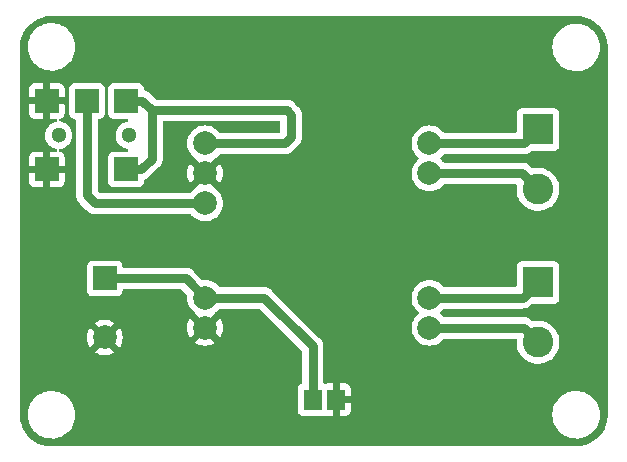
<source format=gbr>
%TF.GenerationSoftware,KiCad,Pcbnew,(6.0.8)*%
%TF.CreationDate,2023-01-24T11:59:42+02:00*%
%TF.ProjectId,amp,616d702e-6b69-4636-9164-5f7063625858,rev?*%
%TF.SameCoordinates,Original*%
%TF.FileFunction,Copper,L1,Top*%
%TF.FilePolarity,Positive*%
%FSLAX46Y46*%
G04 Gerber Fmt 4.6, Leading zero omitted, Abs format (unit mm)*
G04 Created by KiCad (PCBNEW (6.0.8)) date 2023-01-24 11:59:42*
%MOMM*%
%LPD*%
G01*
G04 APERTURE LIST*
%TA.AperFunction,ComponentPad*%
%ADD10R,1.500000X1.750000*%
%TD*%
%TA.AperFunction,ComponentPad*%
%ADD11R,2.600000X2.600000*%
%TD*%
%TA.AperFunction,ComponentPad*%
%ADD12C,2.600000*%
%TD*%
%TA.AperFunction,ComponentPad*%
%ADD13C,2.000000*%
%TD*%
%TA.AperFunction,ComponentPad*%
%ADD14R,2.000000X2.000000*%
%TD*%
%TA.AperFunction,ComponentPad*%
%ADD15C,1.300000*%
%TD*%
%TA.AperFunction,Conductor*%
%ADD16C,0.800000*%
%TD*%
G04 APERTURE END LIST*
D10*
%TO.P,J1,1,Pin_1*%
%TO.N,GND*%
X78105000Y-65405000D03*
%TO.P,J1,2,Pin_2*%
%TO.N,Net-(AMP1-Pad4)*%
X76105000Y-65405000D03*
%TD*%
D11*
%TO.P,J3,1,Pin_1*%
%TO.N,Net-(AMP1-Pad6)*%
X95195000Y-42500000D03*
D12*
%TO.P,J3,2,Pin_2*%
%TO.N,Net-(AMP1-Pad7)*%
X95195000Y-47580000D03*
%TD*%
D13*
%TO.P,AMP1,1,L*%
%TO.N,Net-(AMP1-Pad1)*%
X67000000Y-43690000D03*
%TO.P,AMP1,2,GND*%
%TO.N,GND*%
X67000000Y-46230000D03*
%TO.P,AMP1,3,R*%
%TO.N,Net-(AMP1-Pad3)*%
X67000000Y-48770000D03*
%TO.P,AMP1,4,5v+*%
%TO.N,Net-(AMP1-Pad4)*%
X67000000Y-56770000D03*
%TO.P,AMP1,5,5v-*%
%TO.N,GND*%
X67000000Y-59310000D03*
%TO.P,AMP1,6,OutL-*%
%TO.N,Net-(AMP1-Pad6)*%
X86000000Y-43690000D03*
%TO.P,AMP1,7,OutL+*%
%TO.N,Net-(AMP1-Pad7)*%
X86000000Y-46230000D03*
%TO.P,AMP1,8,OutR+*%
%TO.N,Net-(AMP1-Pad8)*%
X86000000Y-56770000D03*
%TO.P,AMP1,9,OutR-*%
%TO.N,Net-(AMP1-Pad9)*%
X86000000Y-59310000D03*
%TD*%
D14*
%TO.P,C1,1*%
%TO.N,Net-(AMP1-Pad4)*%
X58500000Y-55132323D03*
D13*
%TO.P,C1,2*%
%TO.N,GND*%
X58500000Y-60132323D03*
%TD*%
D11*
%TO.P,J4,1,Pin_1*%
%TO.N,Net-(AMP1-Pad8)*%
X95195000Y-55455000D03*
D12*
%TO.P,J4,2,Pin_2*%
%TO.N,Net-(AMP1-Pad9)*%
X95195000Y-60535000D03*
%TD*%
D15*
%TO.P,J2,*%
%TO.N,*%
X60595000Y-43000000D03*
X54595000Y-43000000D03*
D14*
%TO.P,J2,1*%
%TO.N,Net-(AMP1-Pad3)*%
X56995000Y-40100000D03*
%TO.P,J2,2*%
%TO.N,Net-(AMP1-Pad1)*%
X60295000Y-40100000D03*
%TO.P,J2,3*%
X60295000Y-45900000D03*
%TO.P,J2,4*%
%TO.N,GND*%
X53595000Y-40100000D03*
%TO.P,J2,5*%
X53595000Y-45900000D03*
%TD*%
D16*
%TO.N,Net-(AMP1-Pad1)*%
X62500000Y-45000000D02*
X62500000Y-40910000D01*
X62500000Y-40910000D02*
X73930000Y-40910000D01*
X61600000Y-45900000D02*
X62500000Y-45000000D01*
X61690000Y-40100000D02*
X62500000Y-40910000D01*
X74295000Y-43180000D02*
X73785000Y-43690000D01*
X74295000Y-41275000D02*
X74295000Y-43180000D01*
X60295000Y-40100000D02*
X61690000Y-40100000D01*
X73785000Y-43690000D02*
X67000000Y-43690000D01*
X73930000Y-40910000D02*
X74295000Y-41275000D01*
X59795000Y-45900000D02*
X61600000Y-45900000D01*
%TO.N,Net-(AMP1-Pad3)*%
X57660000Y-48770000D02*
X67000000Y-48770000D01*
X56995000Y-40100000D02*
X56995000Y-48105000D01*
X56995000Y-48105000D02*
X57660000Y-48770000D01*
%TO.N,Net-(AMP1-Pad4)*%
X67000000Y-56770000D02*
X72010000Y-56770000D01*
X76105000Y-60865000D02*
X76105000Y-65405000D01*
X58500000Y-55132323D02*
X65362323Y-55132323D01*
X72010000Y-56770000D02*
X76105000Y-60865000D01*
X65362323Y-55132323D02*
X67000000Y-56770000D01*
%TO.N,Net-(AMP1-Pad6)*%
X94005000Y-43690000D02*
X95195000Y-42500000D01*
X86000000Y-43690000D02*
X94005000Y-43690000D01*
%TO.N,Net-(AMP1-Pad7)*%
X93845000Y-46230000D02*
X95195000Y-47580000D01*
X86000000Y-46230000D02*
X93845000Y-46230000D01*
%TO.N,Net-(AMP1-Pad8)*%
X86000000Y-56770000D02*
X93880000Y-56770000D01*
X93880000Y-56770000D02*
X95195000Y-55455000D01*
%TO.N,Net-(AMP1-Pad9)*%
X93970000Y-59310000D02*
X95195000Y-60535000D01*
X86000000Y-59310000D02*
X93970000Y-59310000D01*
%TD*%
%TA.AperFunction,Conductor*%
%TO.N,GND*%
G36*
X98395018Y-32895000D02*
G01*
X98409851Y-32897310D01*
X98409855Y-32897310D01*
X98418724Y-32898691D01*
X98427626Y-32897527D01*
X98427628Y-32897527D01*
X98431936Y-32896963D01*
X98436720Y-32896338D01*
X98460117Y-32895472D01*
X98716492Y-32909869D01*
X98730524Y-32911450D01*
X98870953Y-32935311D01*
X99011376Y-32959170D01*
X99025151Y-32962314D01*
X99298891Y-33041177D01*
X99312228Y-33045844D01*
X99575418Y-33154861D01*
X99588148Y-33160992D01*
X99837468Y-33298786D01*
X99849432Y-33306303D01*
X100081762Y-33471149D01*
X100092808Y-33479958D01*
X100172083Y-33550802D01*
X100305224Y-33669785D01*
X100315215Y-33679776D01*
X100484809Y-33869550D01*
X100505041Y-33892190D01*
X100513850Y-33903236D01*
X100526955Y-33921706D01*
X100678697Y-34135568D01*
X100686214Y-34147532D01*
X100824008Y-34396852D01*
X100830139Y-34409582D01*
X100939156Y-34672772D01*
X100943823Y-34686109D01*
X101022686Y-34959849D01*
X101025830Y-34973624D01*
X101026678Y-34978612D01*
X101072969Y-35251055D01*
X101073549Y-35254471D01*
X101075131Y-35268513D01*
X101089118Y-35517593D01*
X101087817Y-35544036D01*
X101087690Y-35544849D01*
X101087690Y-35544855D01*
X101086309Y-35553724D01*
X101087473Y-35562626D01*
X101087473Y-35562628D01*
X101090436Y-35585283D01*
X101091500Y-35601621D01*
X101091500Y-66625633D01*
X101090000Y-66645018D01*
X101087690Y-66659851D01*
X101087690Y-66659855D01*
X101086309Y-66668724D01*
X101087473Y-66677626D01*
X101087473Y-66677628D01*
X101088662Y-66686716D01*
X101089528Y-66710117D01*
X101077331Y-66927320D01*
X101075131Y-66966488D01*
X101073550Y-66980524D01*
X101071951Y-66989933D01*
X101025830Y-67261376D01*
X101022686Y-67275151D01*
X100943823Y-67548891D01*
X100939156Y-67562228D01*
X100830139Y-67825418D01*
X100824008Y-67838148D01*
X100686214Y-68087468D01*
X100678697Y-68099432D01*
X100513851Y-68331762D01*
X100505042Y-68342808D01*
X100384012Y-68478241D01*
X100315215Y-68555224D01*
X100305224Y-68565215D01*
X100258267Y-68607179D01*
X100092810Y-68755041D01*
X100081762Y-68763851D01*
X99849432Y-68928697D01*
X99837468Y-68936214D01*
X99588148Y-69074008D01*
X99575418Y-69080139D01*
X99312228Y-69189156D01*
X99298891Y-69193823D01*
X99025151Y-69272686D01*
X99011376Y-69275830D01*
X98893073Y-69295931D01*
X98730524Y-69323550D01*
X98716490Y-69325131D01*
X98647407Y-69329010D01*
X98467407Y-69339118D01*
X98440964Y-69337817D01*
X98440151Y-69337690D01*
X98440145Y-69337690D01*
X98431276Y-69336309D01*
X98422375Y-69337473D01*
X98422371Y-69337473D01*
X98399710Y-69340437D01*
X98383373Y-69341501D01*
X74612489Y-69341693D01*
X54145935Y-69341859D01*
X54131858Y-69341070D01*
X54094458Y-69336865D01*
X54076866Y-69339930D01*
X54053337Y-69341787D01*
X53788230Y-69337777D01*
X53773761Y-69336722D01*
X53483299Y-69298642D01*
X53469056Y-69295932D01*
X53326977Y-69260319D01*
X53184903Y-69224707D01*
X53171053Y-69220374D01*
X52896980Y-69116952D01*
X52883721Y-69111056D01*
X52623343Y-68976801D01*
X52610859Y-68969424D01*
X52367651Y-68806124D01*
X52356102Y-68797366D01*
X52133270Y-68607174D01*
X52122800Y-68597138D01*
X52010240Y-68476077D01*
X51923328Y-68382602D01*
X51914077Y-68371425D01*
X51740599Y-68135381D01*
X51732692Y-68123212D01*
X51587499Y-67868775D01*
X51581045Y-67855778D01*
X51466073Y-67586345D01*
X51461162Y-67572712D01*
X51377923Y-67291810D01*
X51374613Y-67277700D01*
X51324230Y-66989129D01*
X51322561Y-66974714D01*
X51314971Y-66843132D01*
X51307712Y-66717288D01*
X51309004Y-66690645D01*
X51309082Y-66690145D01*
X51310463Y-66681276D01*
X51306886Y-66653918D01*
X51986917Y-66653918D01*
X51987334Y-66661156D01*
X52002682Y-66927320D01*
X52055405Y-67196053D01*
X52056792Y-67200103D01*
X52056793Y-67200108D01*
X52130158Y-67414389D01*
X52144112Y-67455144D01*
X52267160Y-67699799D01*
X52269586Y-67703328D01*
X52269589Y-67703334D01*
X52419843Y-67921953D01*
X52422274Y-67925490D01*
X52606582Y-68128043D01*
X52816675Y-68303707D01*
X52820316Y-68305991D01*
X53045024Y-68446951D01*
X53045028Y-68446953D01*
X53048664Y-68449234D01*
X53116544Y-68479883D01*
X53294345Y-68560164D01*
X53294349Y-68560166D01*
X53298257Y-68561930D01*
X53302377Y-68563150D01*
X53302376Y-68563150D01*
X53556723Y-68638491D01*
X53556727Y-68638492D01*
X53560836Y-68639709D01*
X53565070Y-68640357D01*
X53565075Y-68640358D01*
X53827298Y-68680483D01*
X53827300Y-68680483D01*
X53831540Y-68681132D01*
X53970912Y-68683322D01*
X54101071Y-68685367D01*
X54101077Y-68685367D01*
X54105362Y-68685434D01*
X54377235Y-68652534D01*
X54642127Y-68583041D01*
X54646087Y-68581401D01*
X54646092Y-68581399D01*
X54768632Y-68530641D01*
X54895136Y-68478241D01*
X55131582Y-68340073D01*
X55347089Y-68171094D01*
X55381698Y-68135381D01*
X55534686Y-67977509D01*
X55537669Y-67974431D01*
X55540202Y-67970983D01*
X55540206Y-67970978D01*
X55697257Y-67757178D01*
X55699795Y-67753723D01*
X55727154Y-67703334D01*
X55828418Y-67516830D01*
X55828419Y-67516828D01*
X55830468Y-67513054D01*
X55927269Y-67256877D01*
X55988407Y-66989933D01*
X55989247Y-66980529D01*
X56012531Y-66719627D01*
X56012531Y-66719625D01*
X56012751Y-66717161D01*
X56013193Y-66675000D01*
X56011756Y-66653918D01*
X55994859Y-66406055D01*
X55994858Y-66406049D01*
X55994567Y-66401778D01*
X55990567Y-66382460D01*
X55939901Y-66137809D01*
X55939032Y-66133612D01*
X55847617Y-65875465D01*
X55722013Y-65632112D01*
X55712040Y-65617921D01*
X55567008Y-65411562D01*
X55564545Y-65408057D01*
X55378125Y-65207445D01*
X55374810Y-65204731D01*
X55374806Y-65204728D01*
X55169523Y-65036706D01*
X55166205Y-65033990D01*
X54932704Y-64890901D01*
X54928768Y-64889173D01*
X54685873Y-64782549D01*
X54685869Y-64782548D01*
X54681945Y-64780825D01*
X54418566Y-64705800D01*
X54414324Y-64705196D01*
X54414318Y-64705195D01*
X54213834Y-64676662D01*
X54147443Y-64667213D01*
X54003589Y-64666460D01*
X53877877Y-64665802D01*
X53877871Y-64665802D01*
X53873591Y-64665780D01*
X53869347Y-64666339D01*
X53869343Y-64666339D01*
X53750302Y-64682011D01*
X53602078Y-64701525D01*
X53597938Y-64702658D01*
X53597936Y-64702658D01*
X53525008Y-64722609D01*
X53337928Y-64773788D01*
X53333980Y-64775472D01*
X53089982Y-64879546D01*
X53089978Y-64879548D01*
X53086030Y-64881232D01*
X53066125Y-64893145D01*
X52854725Y-65019664D01*
X52854721Y-65019667D01*
X52851043Y-65021868D01*
X52637318Y-65193094D01*
X52448808Y-65391742D01*
X52289002Y-65614136D01*
X52160857Y-65856161D01*
X52159385Y-65860184D01*
X52159383Y-65860188D01*
X52152314Y-65879506D01*
X52066743Y-66113337D01*
X52008404Y-66380907D01*
X52007253Y-66395528D01*
X51988376Y-66635386D01*
X51986917Y-66653918D01*
X51306886Y-66653918D01*
X51306340Y-66649741D01*
X51305277Y-66633393D01*
X51305821Y-61389711D01*
X57672496Y-61389711D01*
X57678223Y-61397361D01*
X57809042Y-61477528D01*
X57817837Y-61482010D01*
X58027988Y-61569057D01*
X58037373Y-61572106D01*
X58258554Y-61625208D01*
X58268301Y-61626751D01*
X58495070Y-61644598D01*
X58504930Y-61644598D01*
X58731699Y-61626751D01*
X58741446Y-61625208D01*
X58962627Y-61572106D01*
X58972012Y-61569057D01*
X59182163Y-61482010D01*
X59190958Y-61477528D01*
X59318110Y-61399608D01*
X59327570Y-61389152D01*
X59323786Y-61380373D01*
X58512812Y-60569399D01*
X58498868Y-60561785D01*
X58497035Y-60561916D01*
X58490420Y-60566167D01*
X57679256Y-61377331D01*
X57672496Y-61389711D01*
X51305821Y-61389711D01*
X51305951Y-60137253D01*
X56987725Y-60137253D01*
X57005572Y-60364022D01*
X57007115Y-60373769D01*
X57060217Y-60594950D01*
X57063266Y-60604335D01*
X57150313Y-60814486D01*
X57154795Y-60823281D01*
X57232715Y-60950433D01*
X57243171Y-60959893D01*
X57251950Y-60956109D01*
X58062924Y-60145135D01*
X58069302Y-60133455D01*
X58929462Y-60133455D01*
X58929593Y-60135288D01*
X58933844Y-60141903D01*
X59745008Y-60953067D01*
X59757388Y-60959827D01*
X59765038Y-60954100D01*
X59845205Y-60823281D01*
X59849687Y-60814486D01*
X59936734Y-60604335D01*
X59939783Y-60594950D01*
X59946400Y-60567388D01*
X66172496Y-60567388D01*
X66178223Y-60575038D01*
X66309042Y-60655205D01*
X66317837Y-60659687D01*
X66527988Y-60746734D01*
X66537373Y-60749783D01*
X66758554Y-60802885D01*
X66768301Y-60804428D01*
X66995070Y-60822275D01*
X67004930Y-60822275D01*
X67231699Y-60804428D01*
X67241446Y-60802885D01*
X67462627Y-60749783D01*
X67472012Y-60746734D01*
X67682163Y-60659687D01*
X67690958Y-60655205D01*
X67818110Y-60577285D01*
X67827570Y-60566829D01*
X67823786Y-60558050D01*
X67012812Y-59747076D01*
X66998868Y-59739462D01*
X66997035Y-59739593D01*
X66990420Y-59743844D01*
X66179256Y-60555008D01*
X66172496Y-60567388D01*
X59946400Y-60567388D01*
X59992885Y-60373769D01*
X59994428Y-60364022D01*
X60012275Y-60137253D01*
X60012275Y-60127393D01*
X59994428Y-59900624D01*
X59992885Y-59890877D01*
X59939783Y-59669696D01*
X59936734Y-59660311D01*
X59849687Y-59450160D01*
X59845205Y-59441365D01*
X59767724Y-59314930D01*
X65487725Y-59314930D01*
X65505572Y-59541699D01*
X65507115Y-59551446D01*
X65560217Y-59772627D01*
X65563266Y-59782012D01*
X65650313Y-59992163D01*
X65654795Y-60000958D01*
X65732715Y-60128110D01*
X65743171Y-60137570D01*
X65751950Y-60133786D01*
X66562924Y-59322812D01*
X66569302Y-59311132D01*
X67429462Y-59311132D01*
X67429593Y-59312965D01*
X67433844Y-59319580D01*
X68245008Y-60130744D01*
X68257388Y-60137504D01*
X68265038Y-60131777D01*
X68345205Y-60000958D01*
X68349687Y-59992163D01*
X68436734Y-59782012D01*
X68439783Y-59772627D01*
X68492885Y-59551446D01*
X68494428Y-59541699D01*
X68512275Y-59314930D01*
X68512275Y-59305070D01*
X68494428Y-59078301D01*
X68492885Y-59068554D01*
X68439783Y-58847373D01*
X68436734Y-58837988D01*
X68349687Y-58627837D01*
X68345205Y-58619042D01*
X68267285Y-58491890D01*
X68256829Y-58482430D01*
X68248050Y-58486214D01*
X67437076Y-59297188D01*
X67429462Y-59311132D01*
X66569302Y-59311132D01*
X66570538Y-59308868D01*
X66570407Y-59307035D01*
X66566156Y-59300420D01*
X65754992Y-58489256D01*
X65742612Y-58482496D01*
X65734962Y-58488223D01*
X65654795Y-58619042D01*
X65650313Y-58627837D01*
X65563266Y-58837988D01*
X65560217Y-58847373D01*
X65507115Y-59068554D01*
X65505572Y-59078301D01*
X65487725Y-59305070D01*
X65487725Y-59314930D01*
X59767724Y-59314930D01*
X59767285Y-59314213D01*
X59756829Y-59304753D01*
X59748050Y-59308537D01*
X58937076Y-60119511D01*
X58929462Y-60133455D01*
X58069302Y-60133455D01*
X58070538Y-60131191D01*
X58070407Y-60129358D01*
X58066156Y-60122743D01*
X57254992Y-59311579D01*
X57242612Y-59304819D01*
X57234962Y-59310546D01*
X57154795Y-59441365D01*
X57150313Y-59450160D01*
X57063266Y-59660311D01*
X57060217Y-59669696D01*
X57007115Y-59890877D01*
X57005572Y-59900624D01*
X56987725Y-60127393D01*
X56987725Y-60137253D01*
X51305951Y-60137253D01*
X51306082Y-58875494D01*
X57672430Y-58875494D01*
X57676214Y-58884273D01*
X58487188Y-59695247D01*
X58501132Y-59702861D01*
X58502965Y-59702730D01*
X58509580Y-59698479D01*
X59320744Y-58887315D01*
X59327504Y-58874935D01*
X59321777Y-58867285D01*
X59190958Y-58787118D01*
X59182163Y-58782636D01*
X58972012Y-58695589D01*
X58962627Y-58692540D01*
X58741446Y-58639438D01*
X58731699Y-58637895D01*
X58504930Y-58620048D01*
X58495070Y-58620048D01*
X58268301Y-58637895D01*
X58258554Y-58639438D01*
X58037373Y-58692540D01*
X58027988Y-58695589D01*
X57817837Y-58782636D01*
X57809042Y-58787118D01*
X57681890Y-58865038D01*
X57672430Y-58875494D01*
X51306082Y-58875494D01*
X51306362Y-56180457D01*
X56991500Y-56180457D01*
X56998255Y-56242639D01*
X57049385Y-56379028D01*
X57136739Y-56495584D01*
X57253295Y-56582938D01*
X57389684Y-56634068D01*
X57451866Y-56640823D01*
X59548134Y-56640823D01*
X59610316Y-56634068D01*
X59746705Y-56582938D01*
X59863261Y-56495584D01*
X59950615Y-56379028D01*
X60001745Y-56242639D01*
X60008500Y-56180457D01*
X60008500Y-56166823D01*
X60028502Y-56098702D01*
X60082158Y-56052209D01*
X60134500Y-56040823D01*
X64933820Y-56040823D01*
X65001941Y-56060825D01*
X65022915Y-56077728D01*
X65462422Y-56517235D01*
X65496448Y-56579547D01*
X65498939Y-56616213D01*
X65486835Y-56770000D01*
X65505465Y-57006711D01*
X65506619Y-57011518D01*
X65506620Y-57011524D01*
X65541640Y-57157391D01*
X65560895Y-57237594D01*
X65562788Y-57242165D01*
X65562789Y-57242167D01*
X65648109Y-57448148D01*
X65651760Y-57456963D01*
X65654346Y-57461183D01*
X65773241Y-57655202D01*
X65773245Y-57655208D01*
X65775824Y-57659416D01*
X65930031Y-57839969D01*
X66110584Y-57994176D01*
X66114800Y-57996760D01*
X66114802Y-57996761D01*
X66126012Y-58003631D01*
X66175882Y-58061182D01*
X66176212Y-58061948D01*
X66987188Y-58872924D01*
X67001132Y-58880538D01*
X67002965Y-58880407D01*
X67009580Y-58876156D01*
X67820744Y-58064992D01*
X67828222Y-58051298D01*
X67872973Y-58004253D01*
X67885198Y-57996761D01*
X67885200Y-57996760D01*
X67889416Y-57994176D01*
X68069969Y-57839969D01*
X68170153Y-57722669D01*
X68229604Y-57683860D01*
X68265964Y-57678500D01*
X71581497Y-57678500D01*
X71649618Y-57698502D01*
X71670592Y-57715405D01*
X75159595Y-61204408D01*
X75193621Y-61266720D01*
X75196500Y-61293503D01*
X75196500Y-63958991D01*
X75176498Y-64027112D01*
X75122842Y-64073605D01*
X75117306Y-64075903D01*
X75116704Y-64076232D01*
X75108295Y-64079385D01*
X74991739Y-64166739D01*
X74904385Y-64283295D01*
X74853255Y-64419684D01*
X74846500Y-64481866D01*
X74846500Y-66328134D01*
X74853255Y-66390316D01*
X74904385Y-66526705D01*
X74991739Y-66643261D01*
X75108295Y-66730615D01*
X75244684Y-66781745D01*
X75306866Y-66788500D01*
X76903134Y-66788500D01*
X76965316Y-66781745D01*
X76972712Y-66778973D01*
X76972718Y-66778971D01*
X77061483Y-66745694D01*
X77132290Y-66740511D01*
X77149941Y-66745694D01*
X77237391Y-66778478D01*
X77252649Y-66782105D01*
X77303514Y-66787631D01*
X77310328Y-66788000D01*
X77786885Y-66788000D01*
X77802124Y-66783525D01*
X77803329Y-66782135D01*
X77805000Y-66774452D01*
X77805000Y-66769884D01*
X78405000Y-66769884D01*
X78409475Y-66785123D01*
X78410865Y-66786328D01*
X78418548Y-66787999D01*
X78899669Y-66787999D01*
X78906490Y-66787629D01*
X78957352Y-66782105D01*
X78972604Y-66778479D01*
X79093054Y-66733324D01*
X79108649Y-66724786D01*
X79203208Y-66653918D01*
X96411917Y-66653918D01*
X96412334Y-66661156D01*
X96427682Y-66927320D01*
X96480405Y-67196053D01*
X96481792Y-67200103D01*
X96481793Y-67200108D01*
X96555158Y-67414389D01*
X96569112Y-67455144D01*
X96692160Y-67699799D01*
X96694586Y-67703328D01*
X96694589Y-67703334D01*
X96844843Y-67921953D01*
X96847274Y-67925490D01*
X97031582Y-68128043D01*
X97241675Y-68303707D01*
X97245316Y-68305991D01*
X97470024Y-68446951D01*
X97470028Y-68446953D01*
X97473664Y-68449234D01*
X97541544Y-68479883D01*
X97719345Y-68560164D01*
X97719349Y-68560166D01*
X97723257Y-68561930D01*
X97727377Y-68563150D01*
X97727376Y-68563150D01*
X97981723Y-68638491D01*
X97981727Y-68638492D01*
X97985836Y-68639709D01*
X97990070Y-68640357D01*
X97990075Y-68640358D01*
X98252298Y-68680483D01*
X98252300Y-68680483D01*
X98256540Y-68681132D01*
X98395912Y-68683322D01*
X98526071Y-68685367D01*
X98526077Y-68685367D01*
X98530362Y-68685434D01*
X98802235Y-68652534D01*
X99067127Y-68583041D01*
X99071087Y-68581401D01*
X99071092Y-68581399D01*
X99193632Y-68530641D01*
X99320136Y-68478241D01*
X99556582Y-68340073D01*
X99772089Y-68171094D01*
X99806698Y-68135381D01*
X99959686Y-67977509D01*
X99962669Y-67974431D01*
X99965202Y-67970983D01*
X99965206Y-67970978D01*
X100122257Y-67757178D01*
X100124795Y-67753723D01*
X100152154Y-67703334D01*
X100253418Y-67516830D01*
X100253419Y-67516828D01*
X100255468Y-67513054D01*
X100352269Y-67256877D01*
X100413407Y-66989933D01*
X100414247Y-66980529D01*
X100437531Y-66719627D01*
X100437531Y-66719625D01*
X100437751Y-66717161D01*
X100438193Y-66675000D01*
X100436756Y-66653918D01*
X100419859Y-66406055D01*
X100419858Y-66406049D01*
X100419567Y-66401778D01*
X100415567Y-66382460D01*
X100364901Y-66137809D01*
X100364032Y-66133612D01*
X100272617Y-65875465D01*
X100147013Y-65632112D01*
X100137040Y-65617921D01*
X99992008Y-65411562D01*
X99989545Y-65408057D01*
X99803125Y-65207445D01*
X99799810Y-65204731D01*
X99799806Y-65204728D01*
X99594523Y-65036706D01*
X99591205Y-65033990D01*
X99357704Y-64890901D01*
X99353768Y-64889173D01*
X99110873Y-64782549D01*
X99110869Y-64782548D01*
X99106945Y-64780825D01*
X98843566Y-64705800D01*
X98839324Y-64705196D01*
X98839318Y-64705195D01*
X98638834Y-64676662D01*
X98572443Y-64667213D01*
X98428589Y-64666460D01*
X98302877Y-64665802D01*
X98302871Y-64665802D01*
X98298591Y-64665780D01*
X98294347Y-64666339D01*
X98294343Y-64666339D01*
X98175302Y-64682011D01*
X98027078Y-64701525D01*
X98022938Y-64702658D01*
X98022936Y-64702658D01*
X97950008Y-64722609D01*
X97762928Y-64773788D01*
X97758980Y-64775472D01*
X97514982Y-64879546D01*
X97514978Y-64879548D01*
X97511030Y-64881232D01*
X97491125Y-64893145D01*
X97279725Y-65019664D01*
X97279721Y-65019667D01*
X97276043Y-65021868D01*
X97062318Y-65193094D01*
X96873808Y-65391742D01*
X96714002Y-65614136D01*
X96585857Y-65856161D01*
X96584385Y-65860184D01*
X96584383Y-65860188D01*
X96577314Y-65879506D01*
X96491743Y-66113337D01*
X96433404Y-66380907D01*
X96432253Y-66395528D01*
X96413376Y-66635386D01*
X96411917Y-66653918D01*
X79203208Y-66653918D01*
X79210724Y-66648285D01*
X79223285Y-66635724D01*
X79299786Y-66533649D01*
X79308324Y-66518054D01*
X79353478Y-66397606D01*
X79357105Y-66382351D01*
X79362631Y-66331486D01*
X79363000Y-66324672D01*
X79363000Y-65723115D01*
X79358525Y-65707876D01*
X79357135Y-65706671D01*
X79349452Y-65705000D01*
X78423115Y-65705000D01*
X78407876Y-65709475D01*
X78406671Y-65710865D01*
X78405000Y-65718548D01*
X78405000Y-66769884D01*
X77805000Y-66769884D01*
X77805000Y-65086885D01*
X78405000Y-65086885D01*
X78409475Y-65102124D01*
X78410865Y-65103329D01*
X78418548Y-65105000D01*
X79344884Y-65105000D01*
X79360123Y-65100525D01*
X79361328Y-65099135D01*
X79362999Y-65091452D01*
X79362999Y-64485331D01*
X79362629Y-64478510D01*
X79357105Y-64427648D01*
X79353479Y-64412396D01*
X79308324Y-64291946D01*
X79299786Y-64276351D01*
X79223285Y-64174276D01*
X79210724Y-64161715D01*
X79108649Y-64085214D01*
X79093054Y-64076676D01*
X78972606Y-64031522D01*
X78957351Y-64027895D01*
X78906486Y-64022369D01*
X78899672Y-64022000D01*
X78423115Y-64022000D01*
X78407876Y-64026475D01*
X78406671Y-64027865D01*
X78405000Y-64035548D01*
X78405000Y-65086885D01*
X77805000Y-65086885D01*
X77805000Y-64040116D01*
X77800525Y-64024877D01*
X77799135Y-64023672D01*
X77791452Y-64022001D01*
X77310331Y-64022001D01*
X77303510Y-64022371D01*
X77252648Y-64027895D01*
X77237397Y-64031521D01*
X77183730Y-64051640D01*
X77112923Y-64056823D01*
X77050554Y-64022903D01*
X77016425Y-63960648D01*
X77013500Y-63933658D01*
X77013500Y-60946417D01*
X77015051Y-60926707D01*
X77016220Y-60919327D01*
X77016220Y-60919326D01*
X77017252Y-60912810D01*
X77013673Y-60844520D01*
X77013500Y-60837926D01*
X77013500Y-60817390D01*
X77012138Y-60804428D01*
X77011353Y-60796958D01*
X77010836Y-60790384D01*
X77007603Y-60728696D01*
X77007603Y-60728694D01*
X77007257Y-60722097D01*
X77003615Y-60708504D01*
X77000014Y-60689075D01*
X76999232Y-60681639D01*
X76998542Y-60675072D01*
X76977407Y-60610025D01*
X76975535Y-60603706D01*
X76959538Y-60544003D01*
X76959537Y-60544000D01*
X76957830Y-60537630D01*
X76951438Y-60525085D01*
X76943874Y-60506823D01*
X76941568Y-60499726D01*
X76939527Y-60493444D01*
X76905336Y-60434223D01*
X76902188Y-60428426D01*
X76874126Y-60373351D01*
X76874124Y-60373348D01*
X76871129Y-60367470D01*
X76862273Y-60356533D01*
X76851073Y-60340237D01*
X76847343Y-60333776D01*
X76847340Y-60333772D01*
X76844040Y-60328056D01*
X76839623Y-60323150D01*
X76839619Y-60323145D01*
X76798278Y-60277231D01*
X76793994Y-60272216D01*
X76783148Y-60258823D01*
X76781072Y-60256259D01*
X76766557Y-60241744D01*
X76762016Y-60236959D01*
X76720673Y-60191043D01*
X76716253Y-60186134D01*
X76704865Y-60177860D01*
X76689832Y-60165019D01*
X75834813Y-59310000D01*
X84486835Y-59310000D01*
X84505465Y-59546711D01*
X84560895Y-59777594D01*
X84562788Y-59782165D01*
X84562789Y-59782167D01*
X84649772Y-59992163D01*
X84651760Y-59996963D01*
X84654346Y-60001183D01*
X84773241Y-60195202D01*
X84773245Y-60195208D01*
X84775824Y-60199416D01*
X84855033Y-60292158D01*
X84910520Y-60357124D01*
X84930031Y-60379969D01*
X85110584Y-60534176D01*
X85114792Y-60536755D01*
X85114798Y-60536759D01*
X85308084Y-60655205D01*
X85313037Y-60658240D01*
X85317607Y-60660133D01*
X85317611Y-60660135D01*
X85527833Y-60747211D01*
X85532406Y-60749105D01*
X85580303Y-60760604D01*
X85758476Y-60803380D01*
X85758482Y-60803381D01*
X85763289Y-60804535D01*
X86000000Y-60823165D01*
X86236711Y-60804535D01*
X86241518Y-60803381D01*
X86241524Y-60803380D01*
X86419697Y-60760604D01*
X86467594Y-60749105D01*
X86472167Y-60747211D01*
X86682389Y-60660135D01*
X86682393Y-60660133D01*
X86686963Y-60658240D01*
X86691916Y-60655205D01*
X86885202Y-60536759D01*
X86885208Y-60536755D01*
X86889416Y-60534176D01*
X87069969Y-60379969D01*
X87170153Y-60262669D01*
X87229604Y-60223860D01*
X87265964Y-60218500D01*
X93269815Y-60218500D01*
X93337936Y-60238502D01*
X93384429Y-60292158D01*
X93395181Y-60357124D01*
X93382050Y-60487526D01*
X93382274Y-60492192D01*
X93382274Y-60492197D01*
X93387210Y-60594950D01*
X93394947Y-60756019D01*
X93447388Y-61019656D01*
X93538220Y-61272646D01*
X93665450Y-61509431D01*
X93668241Y-61513168D01*
X93668245Y-61513175D01*
X93749887Y-61622506D01*
X93826281Y-61724810D01*
X93829590Y-61728090D01*
X93829595Y-61728096D01*
X94013863Y-61910762D01*
X94017180Y-61914050D01*
X94020942Y-61916808D01*
X94020945Y-61916811D01*
X94133299Y-61999192D01*
X94233954Y-62072995D01*
X94238089Y-62075171D01*
X94238093Y-62075173D01*
X94467698Y-62195975D01*
X94471840Y-62198154D01*
X94725613Y-62286775D01*
X94730206Y-62287647D01*
X94985109Y-62336042D01*
X94985112Y-62336042D01*
X94989698Y-62336913D01*
X95117370Y-62341929D01*
X95253625Y-62347283D01*
X95253630Y-62347283D01*
X95258293Y-62347466D01*
X95362607Y-62336042D01*
X95520844Y-62318713D01*
X95520850Y-62318712D01*
X95525497Y-62318203D01*
X95530021Y-62317012D01*
X95780918Y-62250956D01*
X95780920Y-62250955D01*
X95785441Y-62249765D01*
X95789738Y-62247919D01*
X96028120Y-62145502D01*
X96028122Y-62145501D01*
X96032414Y-62143657D01*
X96151071Y-62070230D01*
X96257017Y-62004669D01*
X96257021Y-62004666D01*
X96260990Y-62002210D01*
X96466149Y-61828530D01*
X96643382Y-61626434D01*
X96788797Y-61400361D01*
X96899199Y-61155278D01*
X96936209Y-61024051D01*
X96970893Y-60901072D01*
X96970894Y-60901069D01*
X96972163Y-60896568D01*
X96985251Y-60793690D01*
X97005688Y-60633045D01*
X97005688Y-60633041D01*
X97006086Y-60629915D01*
X97007002Y-60594950D01*
X97007870Y-60561785D01*
X97008571Y-60535000D01*
X96988650Y-60266937D01*
X96986234Y-60256259D01*
X96930361Y-60009331D01*
X96930360Y-60009326D01*
X96929327Y-60004763D01*
X96831902Y-59754238D01*
X96698518Y-59520864D01*
X96532105Y-59309769D01*
X96336317Y-59125591D01*
X96115457Y-58972374D01*
X96111264Y-58970306D01*
X95878564Y-58855551D01*
X95878561Y-58855550D01*
X95874376Y-58853486D01*
X95618370Y-58771538D01*
X95613763Y-58770788D01*
X95613760Y-58770787D01*
X95357674Y-58729081D01*
X95357675Y-58729081D01*
X95353063Y-58728330D01*
X95222719Y-58726624D01*
X95088961Y-58724873D01*
X95088958Y-58724873D01*
X95084284Y-58724812D01*
X94817937Y-58761060D01*
X94813447Y-58762369D01*
X94813441Y-58762370D01*
X94802772Y-58765480D01*
X94731776Y-58765338D01*
X94678421Y-58733608D01*
X94669981Y-58725168D01*
X94657140Y-58710135D01*
X94652746Y-58704087D01*
X94652745Y-58704086D01*
X94648866Y-58698747D01*
X94598041Y-58652984D01*
X94593256Y-58648443D01*
X94578741Y-58633928D01*
X94565292Y-58623037D01*
X94562784Y-58621006D01*
X94557769Y-58616722D01*
X94511855Y-58575381D01*
X94511850Y-58575377D01*
X94506944Y-58570960D01*
X94501228Y-58567660D01*
X94501224Y-58567657D01*
X94494763Y-58563927D01*
X94478466Y-58552727D01*
X94472660Y-58548025D01*
X94472658Y-58548024D01*
X94467530Y-58543871D01*
X94406577Y-58512814D01*
X94400782Y-58509667D01*
X94347279Y-58478777D01*
X94347278Y-58478776D01*
X94341556Y-58475473D01*
X94335274Y-58473432D01*
X94335272Y-58473431D01*
X94328174Y-58471125D01*
X94309907Y-58463559D01*
X94297370Y-58457171D01*
X94231299Y-58439467D01*
X94224997Y-58437600D01*
X94159928Y-58416458D01*
X94153363Y-58415768D01*
X94153354Y-58415766D01*
X94145925Y-58414985D01*
X94126491Y-58411383D01*
X94119286Y-58409453D01*
X94119284Y-58409453D01*
X94112903Y-58407743D01*
X94106312Y-58407398D01*
X94106308Y-58407397D01*
X94044616Y-58404164D01*
X94038042Y-58403647D01*
X94020884Y-58401844D01*
X94020882Y-58401844D01*
X94017610Y-58401500D01*
X93997074Y-58401500D01*
X93990480Y-58401327D01*
X93928782Y-58398093D01*
X93928777Y-58398093D01*
X93922190Y-58397748D01*
X93908292Y-58399949D01*
X93888583Y-58401500D01*
X87265964Y-58401500D01*
X87197843Y-58381498D01*
X87170153Y-58357331D01*
X87073177Y-58243787D01*
X87069969Y-58240031D01*
X87066213Y-58236823D01*
X87066208Y-58236818D01*
X86947944Y-58135811D01*
X86909134Y-58076361D01*
X86908628Y-58005366D01*
X86947944Y-57944189D01*
X87066208Y-57843182D01*
X87066213Y-57843177D01*
X87069969Y-57839969D01*
X87170153Y-57722669D01*
X87229604Y-57683860D01*
X87265964Y-57678500D01*
X93798583Y-57678500D01*
X93818292Y-57680051D01*
X93832190Y-57682252D01*
X93838777Y-57681907D01*
X93838782Y-57681907D01*
X93900480Y-57678673D01*
X93907074Y-57678500D01*
X93927610Y-57678500D01*
X93930882Y-57678156D01*
X93930884Y-57678156D01*
X93948042Y-57676353D01*
X93954616Y-57675836D01*
X94016308Y-57672603D01*
X94016312Y-57672602D01*
X94022903Y-57672257D01*
X94029284Y-57670547D01*
X94029286Y-57670547D01*
X94036491Y-57668617D01*
X94055925Y-57665015D01*
X94063354Y-57664234D01*
X94063363Y-57664232D01*
X94069928Y-57663542D01*
X94134997Y-57642400D01*
X94141299Y-57640533D01*
X94207370Y-57622829D01*
X94219908Y-57616440D01*
X94238174Y-57608875D01*
X94245272Y-57606569D01*
X94245274Y-57606568D01*
X94251556Y-57604527D01*
X94310785Y-57570331D01*
X94316579Y-57567185D01*
X94377530Y-57536129D01*
X94388467Y-57527273D01*
X94404763Y-57516073D01*
X94411224Y-57512343D01*
X94411228Y-57512340D01*
X94416944Y-57509040D01*
X94421850Y-57504623D01*
X94421855Y-57504619D01*
X94467769Y-57463278D01*
X94472784Y-57458994D01*
X94486177Y-57448148D01*
X94488741Y-57446072D01*
X94503256Y-57431557D01*
X94508041Y-57427016D01*
X94553957Y-57385673D01*
X94558866Y-57381253D01*
X94567140Y-57369865D01*
X94579981Y-57354832D01*
X94634408Y-57300405D01*
X94696720Y-57266379D01*
X94723503Y-57263500D01*
X96543134Y-57263500D01*
X96605316Y-57256745D01*
X96741705Y-57205615D01*
X96858261Y-57118261D01*
X96945615Y-57001705D01*
X96996745Y-56865316D01*
X97003500Y-56803134D01*
X97003500Y-54106866D01*
X96996745Y-54044684D01*
X96945615Y-53908295D01*
X96858261Y-53791739D01*
X96741705Y-53704385D01*
X96605316Y-53653255D01*
X96543134Y-53646500D01*
X93846866Y-53646500D01*
X93784684Y-53653255D01*
X93648295Y-53704385D01*
X93531739Y-53791739D01*
X93444385Y-53908295D01*
X93393255Y-54044684D01*
X93386500Y-54106866D01*
X93386500Y-55735500D01*
X93366498Y-55803621D01*
X93312842Y-55850114D01*
X93260500Y-55861500D01*
X87265964Y-55861500D01*
X87197843Y-55841498D01*
X87170153Y-55817331D01*
X87073177Y-55703787D01*
X87069969Y-55700031D01*
X86889416Y-55545824D01*
X86885208Y-55543245D01*
X86885202Y-55543241D01*
X86691183Y-55424346D01*
X86686963Y-55421760D01*
X86682393Y-55419867D01*
X86682389Y-55419865D01*
X86472167Y-55332789D01*
X86472165Y-55332788D01*
X86467594Y-55330895D01*
X86387391Y-55311640D01*
X86241524Y-55276620D01*
X86241518Y-55276619D01*
X86236711Y-55275465D01*
X86000000Y-55256835D01*
X85763289Y-55275465D01*
X85758482Y-55276619D01*
X85758476Y-55276620D01*
X85612609Y-55311640D01*
X85532406Y-55330895D01*
X85527835Y-55332788D01*
X85527833Y-55332789D01*
X85317611Y-55419865D01*
X85317607Y-55419867D01*
X85313037Y-55421760D01*
X85308817Y-55424346D01*
X85114798Y-55543241D01*
X85114792Y-55543245D01*
X85110584Y-55545824D01*
X84930031Y-55700031D01*
X84775824Y-55880584D01*
X84773245Y-55884792D01*
X84773241Y-55884798D01*
X84665372Y-56060825D01*
X84651760Y-56083037D01*
X84649867Y-56087607D01*
X84649865Y-56087611D01*
X84609456Y-56185168D01*
X84560895Y-56302406D01*
X84505465Y-56533289D01*
X84486835Y-56770000D01*
X84505465Y-57006711D01*
X84506619Y-57011518D01*
X84506620Y-57011524D01*
X84541640Y-57157391D01*
X84560895Y-57237594D01*
X84562788Y-57242165D01*
X84562789Y-57242167D01*
X84648109Y-57448148D01*
X84651760Y-57456963D01*
X84654346Y-57461183D01*
X84773241Y-57655202D01*
X84773245Y-57655208D01*
X84775824Y-57659416D01*
X84930031Y-57839969D01*
X84933787Y-57843177D01*
X84933792Y-57843182D01*
X85052056Y-57944189D01*
X85090866Y-58003639D01*
X85091372Y-58074634D01*
X85052056Y-58135811D01*
X84933792Y-58236818D01*
X84933787Y-58236823D01*
X84930031Y-58240031D01*
X84775824Y-58420584D01*
X84773245Y-58424792D01*
X84773241Y-58424798D01*
X84694846Y-58552727D01*
X84651760Y-58623037D01*
X84649867Y-58627607D01*
X84649865Y-58627611D01*
X84590560Y-58770787D01*
X84560895Y-58842406D01*
X84551772Y-58880407D01*
X84529693Y-58972374D01*
X84505465Y-59073289D01*
X84486835Y-59310000D01*
X75834813Y-59310000D01*
X72709981Y-56185168D01*
X72697140Y-56170135D01*
X72692746Y-56164087D01*
X72692745Y-56164086D01*
X72688866Y-56158747D01*
X72638041Y-56112984D01*
X72633256Y-56108443D01*
X72618741Y-56093928D01*
X72605292Y-56083037D01*
X72602784Y-56081006D01*
X72597769Y-56076722D01*
X72551855Y-56035381D01*
X72551850Y-56035377D01*
X72546944Y-56030960D01*
X72541228Y-56027660D01*
X72541224Y-56027657D01*
X72534763Y-56023927D01*
X72518466Y-56012727D01*
X72512660Y-56008025D01*
X72512658Y-56008024D01*
X72507530Y-56003871D01*
X72446577Y-55972814D01*
X72440782Y-55969667D01*
X72387279Y-55938777D01*
X72387278Y-55938776D01*
X72381556Y-55935473D01*
X72375274Y-55933432D01*
X72375272Y-55933431D01*
X72368174Y-55931125D01*
X72349907Y-55923559D01*
X72337370Y-55917171D01*
X72271299Y-55899467D01*
X72264997Y-55897600D01*
X72199928Y-55876458D01*
X72193363Y-55875768D01*
X72193354Y-55875766D01*
X72185925Y-55874985D01*
X72166491Y-55871383D01*
X72159286Y-55869453D01*
X72159284Y-55869453D01*
X72152903Y-55867743D01*
X72146312Y-55867398D01*
X72146308Y-55867397D01*
X72084616Y-55864164D01*
X72078042Y-55863647D01*
X72060884Y-55861844D01*
X72060882Y-55861844D01*
X72057610Y-55861500D01*
X72037074Y-55861500D01*
X72030480Y-55861327D01*
X71968782Y-55858093D01*
X71968777Y-55858093D01*
X71962190Y-55857748D01*
X71948292Y-55859949D01*
X71928583Y-55861500D01*
X68265964Y-55861500D01*
X68197843Y-55841498D01*
X68170153Y-55817331D01*
X68073177Y-55703787D01*
X68069969Y-55700031D01*
X67889416Y-55545824D01*
X67885208Y-55543245D01*
X67885202Y-55543241D01*
X67691183Y-55424346D01*
X67686963Y-55421760D01*
X67682393Y-55419867D01*
X67682389Y-55419865D01*
X67472167Y-55332789D01*
X67472165Y-55332788D01*
X67467594Y-55330895D01*
X67387391Y-55311640D01*
X67241524Y-55276620D01*
X67241518Y-55276619D01*
X67236711Y-55275465D01*
X67000000Y-55256835D01*
X66846215Y-55268939D01*
X66776736Y-55254343D01*
X66747235Y-55232422D01*
X66062304Y-54547491D01*
X66049463Y-54532458D01*
X66045069Y-54526410D01*
X66045068Y-54526409D01*
X66041189Y-54521070D01*
X65990364Y-54475307D01*
X65985579Y-54470766D01*
X65971064Y-54456251D01*
X65963605Y-54450211D01*
X65955107Y-54443329D01*
X65950092Y-54439045D01*
X65904178Y-54397704D01*
X65904173Y-54397700D01*
X65899267Y-54393283D01*
X65893551Y-54389983D01*
X65893547Y-54389980D01*
X65887086Y-54386250D01*
X65870789Y-54375050D01*
X65864983Y-54370348D01*
X65864981Y-54370347D01*
X65859853Y-54366194D01*
X65798900Y-54335137D01*
X65793105Y-54331990D01*
X65739602Y-54301100D01*
X65739601Y-54301099D01*
X65733879Y-54297796D01*
X65727597Y-54295755D01*
X65727595Y-54295754D01*
X65720497Y-54293448D01*
X65702230Y-54285882D01*
X65689693Y-54279494D01*
X65623622Y-54261790D01*
X65617320Y-54259923D01*
X65552251Y-54238781D01*
X65545686Y-54238091D01*
X65545677Y-54238089D01*
X65538248Y-54237308D01*
X65518814Y-54233706D01*
X65511609Y-54231776D01*
X65511607Y-54231776D01*
X65505226Y-54230066D01*
X65498635Y-54229721D01*
X65498631Y-54229720D01*
X65436939Y-54226487D01*
X65430365Y-54225970D01*
X65413207Y-54224167D01*
X65413205Y-54224167D01*
X65409933Y-54223823D01*
X65389397Y-54223823D01*
X65382803Y-54223650D01*
X65321105Y-54220416D01*
X65321100Y-54220416D01*
X65314513Y-54220071D01*
X65300615Y-54222272D01*
X65280906Y-54223823D01*
X60134500Y-54223823D01*
X60066379Y-54203821D01*
X60019886Y-54150165D01*
X60008500Y-54097823D01*
X60008500Y-54084189D01*
X60001745Y-54022007D01*
X59950615Y-53885618D01*
X59863261Y-53769062D01*
X59746705Y-53681708D01*
X59610316Y-53630578D01*
X59548134Y-53623823D01*
X57451866Y-53623823D01*
X57389684Y-53630578D01*
X57253295Y-53681708D01*
X57136739Y-53769062D01*
X57049385Y-53885618D01*
X56998255Y-54022007D01*
X56991500Y-54084189D01*
X56991500Y-56180457D01*
X51306362Y-56180457D01*
X51307320Y-46944669D01*
X52087001Y-46944669D01*
X52087371Y-46951490D01*
X52092895Y-47002352D01*
X52096521Y-47017604D01*
X52141676Y-47138054D01*
X52150214Y-47153649D01*
X52226715Y-47255724D01*
X52239276Y-47268285D01*
X52341351Y-47344786D01*
X52356946Y-47353324D01*
X52477394Y-47398478D01*
X52492649Y-47402105D01*
X52543514Y-47407631D01*
X52550328Y-47408000D01*
X53276885Y-47408000D01*
X53292124Y-47403525D01*
X53293329Y-47402135D01*
X53295000Y-47394452D01*
X53295000Y-47389884D01*
X53895000Y-47389884D01*
X53899475Y-47405123D01*
X53900865Y-47406328D01*
X53908548Y-47407999D01*
X54639669Y-47407999D01*
X54646490Y-47407629D01*
X54697352Y-47402105D01*
X54712604Y-47398479D01*
X54833054Y-47353324D01*
X54848649Y-47344786D01*
X54950724Y-47268285D01*
X54963285Y-47255724D01*
X55039786Y-47153649D01*
X55048324Y-47138054D01*
X55093478Y-47017606D01*
X55097105Y-47002351D01*
X55102631Y-46951486D01*
X55103000Y-46944672D01*
X55103000Y-46218115D01*
X55098525Y-46202876D01*
X55097135Y-46201671D01*
X55089452Y-46200000D01*
X53913115Y-46200000D01*
X53897876Y-46204475D01*
X53896671Y-46205865D01*
X53895000Y-46213548D01*
X53895000Y-47389884D01*
X53295000Y-47389884D01*
X53295000Y-46218115D01*
X53290525Y-46202876D01*
X53289135Y-46201671D01*
X53281452Y-46200000D01*
X52105116Y-46200000D01*
X52089877Y-46204475D01*
X52088672Y-46205865D01*
X52087001Y-46213548D01*
X52087001Y-46944669D01*
X51307320Y-46944669D01*
X51307461Y-45581885D01*
X52087000Y-45581885D01*
X52091475Y-45597124D01*
X52092865Y-45598329D01*
X52100548Y-45600000D01*
X53276885Y-45600000D01*
X53292124Y-45595525D01*
X53293329Y-45594135D01*
X53295000Y-45586452D01*
X53295000Y-44410116D01*
X53290525Y-44394877D01*
X53289135Y-44393672D01*
X53281452Y-44392001D01*
X52550331Y-44392001D01*
X52543510Y-44392371D01*
X52492648Y-44397895D01*
X52477396Y-44401521D01*
X52356946Y-44446676D01*
X52341351Y-44455214D01*
X52239276Y-44531715D01*
X52226715Y-44544276D01*
X52150214Y-44646351D01*
X52141676Y-44661946D01*
X52096522Y-44782394D01*
X52092895Y-44797649D01*
X52087369Y-44848514D01*
X52087000Y-44855328D01*
X52087000Y-45581885D01*
X51307461Y-45581885D01*
X51307732Y-42969544D01*
X53431936Y-42969544D01*
X53445861Y-43182006D01*
X53447282Y-43187602D01*
X53447283Y-43187607D01*
X53490031Y-43355925D01*
X53498272Y-43388372D01*
X53500689Y-43393615D01*
X53537389Y-43473223D01*
X53587411Y-43581731D01*
X53710296Y-43755609D01*
X53862809Y-43904181D01*
X53867605Y-43907386D01*
X53867608Y-43907388D01*
X53926615Y-43946815D01*
X54039843Y-44022471D01*
X54045146Y-44024749D01*
X54045149Y-44024751D01*
X54127324Y-44060056D01*
X54235470Y-44106519D01*
X54345058Y-44131316D01*
X54397167Y-44143107D01*
X54459193Y-44177650D01*
X54492698Y-44240243D01*
X54487044Y-44311014D01*
X54444025Y-44367494D01*
X54377301Y-44391749D01*
X54369359Y-44392000D01*
X53913115Y-44392000D01*
X53897876Y-44396475D01*
X53896671Y-44397865D01*
X53895000Y-44405548D01*
X53895000Y-45581885D01*
X53899475Y-45597124D01*
X53900865Y-45598329D01*
X53908548Y-45600000D01*
X55084884Y-45600000D01*
X55100123Y-45595525D01*
X55101328Y-45594135D01*
X55102999Y-45586452D01*
X55102999Y-44855331D01*
X55102629Y-44848510D01*
X55097105Y-44797648D01*
X55093479Y-44782396D01*
X55048324Y-44661946D01*
X55039786Y-44646351D01*
X54963285Y-44544276D01*
X54950724Y-44531715D01*
X54848649Y-44455214D01*
X54833054Y-44446676D01*
X54712600Y-44401519D01*
X54706853Y-44400153D01*
X54645207Y-44364936D01*
X54612387Y-44301980D01*
X54618813Y-44231275D01*
X54662446Y-44175269D01*
X54717919Y-44152875D01*
X54749448Y-44148303D01*
X54860890Y-44132145D01*
X54860894Y-44132144D01*
X54866605Y-44131316D01*
X55068223Y-44062876D01*
X55253993Y-43958840D01*
X55417693Y-43822693D01*
X55532152Y-43685070D01*
X55550149Y-43663431D01*
X55553840Y-43658993D01*
X55657876Y-43473223D01*
X55726316Y-43271605D01*
X55728780Y-43254616D01*
X55756337Y-43064561D01*
X55756337Y-43064559D01*
X55756869Y-43060891D01*
X55758463Y-43000000D01*
X55740527Y-42804798D01*
X55739510Y-42793730D01*
X55739509Y-42793727D01*
X55738981Y-42787976D01*
X55691615Y-42620031D01*
X55682754Y-42588611D01*
X55682753Y-42588609D01*
X55681186Y-42583052D01*
X55587015Y-42392092D01*
X55548016Y-42339865D01*
X55463074Y-42226114D01*
X55459622Y-42221491D01*
X55303271Y-42076963D01*
X55123201Y-41963347D01*
X54925441Y-41884449D01*
X54919781Y-41883323D01*
X54919777Y-41883322D01*
X54720878Y-41843759D01*
X54657968Y-41810852D01*
X54622836Y-41749157D01*
X54626636Y-41678262D01*
X54668162Y-41620676D01*
X54705737Y-41602665D01*
X54705207Y-41601252D01*
X54833054Y-41553324D01*
X54848649Y-41544786D01*
X54950724Y-41468285D01*
X54963285Y-41455724D01*
X55039786Y-41353649D01*
X55048324Y-41338054D01*
X55093478Y-41217606D01*
X55097105Y-41202351D01*
X55102631Y-41151486D01*
X55102813Y-41148134D01*
X55486500Y-41148134D01*
X55493255Y-41210316D01*
X55544385Y-41346705D01*
X55631739Y-41463261D01*
X55748295Y-41550615D01*
X55884684Y-41601745D01*
X55946866Y-41608500D01*
X55960500Y-41608500D01*
X56028621Y-41628502D01*
X56075114Y-41682158D01*
X56086500Y-41734500D01*
X56086500Y-48023583D01*
X56084949Y-48043292D01*
X56082748Y-48057190D01*
X56083093Y-48063777D01*
X56083093Y-48063782D01*
X56086327Y-48125480D01*
X56086500Y-48132074D01*
X56086500Y-48152610D01*
X56086844Y-48155882D01*
X56086844Y-48155884D01*
X56088647Y-48173042D01*
X56089164Y-48179616D01*
X56090471Y-48204542D01*
X56092743Y-48247903D01*
X56094453Y-48254284D01*
X56094453Y-48254286D01*
X56096383Y-48261491D01*
X56099985Y-48280925D01*
X56100766Y-48288354D01*
X56100768Y-48288363D01*
X56101458Y-48294928D01*
X56122600Y-48359997D01*
X56124467Y-48366299D01*
X56142171Y-48432370D01*
X56146619Y-48441100D01*
X56148559Y-48444907D01*
X56156125Y-48463173D01*
X56160473Y-48476556D01*
X56163776Y-48482278D01*
X56163777Y-48482279D01*
X56194667Y-48535782D01*
X56197814Y-48541577D01*
X56228871Y-48602530D01*
X56233024Y-48607658D01*
X56233025Y-48607660D01*
X56237727Y-48613466D01*
X56248927Y-48629763D01*
X56252657Y-48636224D01*
X56252660Y-48636228D01*
X56255960Y-48641944D01*
X56260377Y-48646850D01*
X56260381Y-48646855D01*
X56301722Y-48692769D01*
X56306006Y-48697784D01*
X56318928Y-48713741D01*
X56333443Y-48728256D01*
X56337984Y-48733041D01*
X56383747Y-48783866D01*
X56389086Y-48787745D01*
X56389087Y-48787746D01*
X56395135Y-48792140D01*
X56410168Y-48804981D01*
X56960019Y-49354832D01*
X56972860Y-49369865D01*
X56981134Y-49381253D01*
X56986043Y-49385673D01*
X57031959Y-49427016D01*
X57036744Y-49431557D01*
X57051259Y-49446072D01*
X57053823Y-49448148D01*
X57067216Y-49458994D01*
X57072231Y-49463278D01*
X57118145Y-49504619D01*
X57118150Y-49504623D01*
X57123056Y-49509040D01*
X57128772Y-49512340D01*
X57128776Y-49512343D01*
X57135237Y-49516073D01*
X57151533Y-49527273D01*
X57162470Y-49536129D01*
X57223421Y-49567185D01*
X57229215Y-49570331D01*
X57288444Y-49604527D01*
X57294726Y-49606568D01*
X57294728Y-49606569D01*
X57301826Y-49608875D01*
X57320092Y-49616440D01*
X57332630Y-49622829D01*
X57398701Y-49640533D01*
X57405003Y-49642400D01*
X57470072Y-49663542D01*
X57476637Y-49664232D01*
X57476646Y-49664234D01*
X57484075Y-49665015D01*
X57503509Y-49668617D01*
X57510714Y-49670547D01*
X57510716Y-49670547D01*
X57517097Y-49672257D01*
X57523688Y-49672602D01*
X57523692Y-49672603D01*
X57585384Y-49675836D01*
X57591958Y-49676353D01*
X57609116Y-49678156D01*
X57609118Y-49678156D01*
X57612390Y-49678500D01*
X57632926Y-49678500D01*
X57639520Y-49678673D01*
X57701218Y-49681907D01*
X57701223Y-49681907D01*
X57707810Y-49682252D01*
X57721708Y-49680051D01*
X57741417Y-49678500D01*
X65734036Y-49678500D01*
X65802157Y-49698502D01*
X65829847Y-49722669D01*
X65930031Y-49839969D01*
X66110584Y-49994176D01*
X66114792Y-49996755D01*
X66114798Y-49996759D01*
X66308817Y-50115654D01*
X66313037Y-50118240D01*
X66317607Y-50120133D01*
X66317611Y-50120135D01*
X66527833Y-50207211D01*
X66532406Y-50209105D01*
X66612609Y-50228360D01*
X66758476Y-50263380D01*
X66758482Y-50263381D01*
X66763289Y-50264535D01*
X67000000Y-50283165D01*
X67236711Y-50264535D01*
X67241518Y-50263381D01*
X67241524Y-50263380D01*
X67387391Y-50228360D01*
X67467594Y-50209105D01*
X67472167Y-50207211D01*
X67682389Y-50120135D01*
X67682393Y-50120133D01*
X67686963Y-50118240D01*
X67691183Y-50115654D01*
X67885202Y-49996759D01*
X67885208Y-49996755D01*
X67889416Y-49994176D01*
X68069969Y-49839969D01*
X68224176Y-49659416D01*
X68226755Y-49655208D01*
X68226759Y-49655202D01*
X68345654Y-49461183D01*
X68348240Y-49456963D01*
X68351892Y-49448148D01*
X68437211Y-49242167D01*
X68437212Y-49242165D01*
X68439105Y-49237594D01*
X68494535Y-49006711D01*
X68513165Y-48770000D01*
X68494535Y-48533289D01*
X68473426Y-48445361D01*
X68454446Y-48366305D01*
X68439105Y-48302406D01*
X68433285Y-48288354D01*
X68350135Y-48087611D01*
X68350133Y-48087607D01*
X68348240Y-48083037D01*
X68336976Y-48064656D01*
X68226759Y-47884798D01*
X68226755Y-47884792D01*
X68224176Y-47880584D01*
X68069969Y-47700031D01*
X67889416Y-47545824D01*
X67885198Y-47543239D01*
X67873988Y-47536369D01*
X67824118Y-47478818D01*
X67823788Y-47478052D01*
X67012812Y-46667076D01*
X66998868Y-46659462D01*
X66997035Y-46659593D01*
X66990420Y-46663844D01*
X66179256Y-47475008D01*
X66171778Y-47488702D01*
X66127027Y-47535747D01*
X66114802Y-47543239D01*
X66110584Y-47545824D01*
X65930031Y-47700031D01*
X65926823Y-47703787D01*
X65829847Y-47817331D01*
X65770396Y-47856140D01*
X65734036Y-47861500D01*
X58088503Y-47861500D01*
X58020382Y-47841498D01*
X57999408Y-47824595D01*
X57940405Y-47765592D01*
X57906379Y-47703280D01*
X57903500Y-47676497D01*
X57903500Y-46948134D01*
X58786500Y-46948134D01*
X58793255Y-47010316D01*
X58844385Y-47146705D01*
X58931739Y-47263261D01*
X59048295Y-47350615D01*
X59184684Y-47401745D01*
X59246866Y-47408500D01*
X61343134Y-47408500D01*
X61405316Y-47401745D01*
X61541705Y-47350615D01*
X61658261Y-47263261D01*
X61745615Y-47146705D01*
X61796745Y-47010316D01*
X61803500Y-46948134D01*
X61803500Y-46882703D01*
X61823502Y-46814582D01*
X61877158Y-46768089D01*
X61896888Y-46760997D01*
X61927370Y-46752829D01*
X61939908Y-46746440D01*
X61958174Y-46738875D01*
X61965272Y-46736569D01*
X61965274Y-46736568D01*
X61971556Y-46734527D01*
X62030785Y-46700331D01*
X62036579Y-46697185D01*
X62097530Y-46666129D01*
X62108467Y-46657273D01*
X62124763Y-46646073D01*
X62131224Y-46642343D01*
X62131228Y-46642340D01*
X62136944Y-46639040D01*
X62141850Y-46634623D01*
X62141855Y-46634619D01*
X62187769Y-46593278D01*
X62192784Y-46588994D01*
X62206177Y-46578148D01*
X62208741Y-46576072D01*
X62223256Y-46561557D01*
X62228041Y-46557016D01*
X62273957Y-46515673D01*
X62278866Y-46511253D01*
X62287140Y-46499865D01*
X62299981Y-46484832D01*
X62549883Y-46234930D01*
X65487725Y-46234930D01*
X65505572Y-46461699D01*
X65507115Y-46471446D01*
X65560217Y-46692627D01*
X65563266Y-46702012D01*
X65650313Y-46912163D01*
X65654795Y-46920958D01*
X65732715Y-47048110D01*
X65743171Y-47057570D01*
X65751950Y-47053786D01*
X66562924Y-46242812D01*
X66569302Y-46231132D01*
X67429462Y-46231132D01*
X67429593Y-46232965D01*
X67433844Y-46239580D01*
X68245008Y-47050744D01*
X68257388Y-47057504D01*
X68265038Y-47051777D01*
X68345205Y-46920958D01*
X68349687Y-46912163D01*
X68436734Y-46702012D01*
X68439783Y-46692627D01*
X68492885Y-46471446D01*
X68494428Y-46461699D01*
X68512275Y-46234930D01*
X68512275Y-46230000D01*
X84486835Y-46230000D01*
X84505465Y-46466711D01*
X84506619Y-46471518D01*
X84506620Y-46471524D01*
X84534822Y-46588994D01*
X84560895Y-46697594D01*
X84562788Y-46702165D01*
X84562789Y-46702167D01*
X84649772Y-46912163D01*
X84651760Y-46916963D01*
X84654346Y-46921183D01*
X84773241Y-47115202D01*
X84773245Y-47115208D01*
X84775824Y-47119416D01*
X84855033Y-47212158D01*
X84910520Y-47277124D01*
X84930031Y-47299969D01*
X85110584Y-47454176D01*
X85114792Y-47456755D01*
X85114798Y-47456759D01*
X85230844Y-47527872D01*
X85313037Y-47578240D01*
X85317607Y-47580133D01*
X85317611Y-47580135D01*
X85527833Y-47667211D01*
X85532406Y-47669105D01*
X85569644Y-47678045D01*
X85758476Y-47723380D01*
X85758482Y-47723381D01*
X85763289Y-47724535D01*
X86000000Y-47743165D01*
X86236711Y-47724535D01*
X86241518Y-47723381D01*
X86241524Y-47723380D01*
X86430356Y-47678045D01*
X86467594Y-47669105D01*
X86472167Y-47667211D01*
X86682389Y-47580135D01*
X86682393Y-47580133D01*
X86686963Y-47578240D01*
X86769156Y-47527872D01*
X86885202Y-47456759D01*
X86885208Y-47456755D01*
X86889416Y-47454176D01*
X87069969Y-47299969D01*
X87090898Y-47275465D01*
X87170153Y-47182669D01*
X87229604Y-47143860D01*
X87265964Y-47138500D01*
X93282402Y-47138500D01*
X93350523Y-47158502D01*
X93397016Y-47212158D01*
X93407768Y-47277124D01*
X93382050Y-47532526D01*
X93382274Y-47537192D01*
X93382274Y-47537197D01*
X93384179Y-47576851D01*
X93394947Y-47801019D01*
X93447388Y-48064656D01*
X93538220Y-48317646D01*
X93540432Y-48321762D01*
X93540433Y-48321765D01*
X93620229Y-48470272D01*
X93665450Y-48554431D01*
X93668241Y-48558168D01*
X93668245Y-48558175D01*
X93730799Y-48641944D01*
X93826281Y-48769810D01*
X93829590Y-48773090D01*
X93829595Y-48773096D01*
X94013863Y-48955762D01*
X94017180Y-48959050D01*
X94020942Y-48961808D01*
X94020945Y-48961811D01*
X94133299Y-49044192D01*
X94233954Y-49117995D01*
X94238089Y-49120171D01*
X94238093Y-49120173D01*
X94452126Y-49232782D01*
X94471840Y-49243154D01*
X94725613Y-49331775D01*
X94730206Y-49332647D01*
X94985109Y-49381042D01*
X94985112Y-49381042D01*
X94989698Y-49381913D01*
X95117370Y-49386929D01*
X95253625Y-49392283D01*
X95253630Y-49392283D01*
X95258293Y-49392466D01*
X95354654Y-49381913D01*
X95520844Y-49363713D01*
X95520850Y-49363712D01*
X95525497Y-49363203D01*
X95557292Y-49354832D01*
X95780918Y-49295956D01*
X95780920Y-49295955D01*
X95785441Y-49294765D01*
X95789738Y-49292919D01*
X96028120Y-49190502D01*
X96028122Y-49190501D01*
X96032414Y-49188657D01*
X96151071Y-49115230D01*
X96257017Y-49049669D01*
X96257021Y-49049666D01*
X96260990Y-49047210D01*
X96466149Y-48873530D01*
X96643382Y-48671434D01*
X96680669Y-48613466D01*
X96751609Y-48503176D01*
X96788797Y-48445361D01*
X96899199Y-48200278D01*
X96906880Y-48173042D01*
X96970893Y-47946072D01*
X96970894Y-47946069D01*
X96972163Y-47941568D01*
X96990043Y-47801019D01*
X97005688Y-47678045D01*
X97005688Y-47678041D01*
X97006086Y-47674915D01*
X97008571Y-47580000D01*
X96998982Y-47450965D01*
X96988996Y-47316592D01*
X96988996Y-47316591D01*
X96988650Y-47311937D01*
X96980773Y-47277124D01*
X96930361Y-47054331D01*
X96930360Y-47054326D01*
X96929327Y-47049763D01*
X96831902Y-46799238D01*
X96698518Y-46565864D01*
X96655467Y-46511253D01*
X96616401Y-46461699D01*
X96532105Y-46354769D01*
X96336317Y-46170591D01*
X96115457Y-46017374D01*
X96076623Y-45998223D01*
X95878564Y-45900551D01*
X95878561Y-45900550D01*
X95874376Y-45898486D01*
X95618370Y-45816538D01*
X95613763Y-45815788D01*
X95613760Y-45815787D01*
X95357674Y-45774081D01*
X95357675Y-45774081D01*
X95353063Y-45773330D01*
X95222719Y-45771624D01*
X95088961Y-45769873D01*
X95088958Y-45769873D01*
X95084284Y-45769812D01*
X94817937Y-45806060D01*
X94813447Y-45807369D01*
X94813441Y-45807370D01*
X94802772Y-45810480D01*
X94731776Y-45810338D01*
X94678421Y-45778608D01*
X94544981Y-45645168D01*
X94532140Y-45630135D01*
X94527746Y-45624087D01*
X94527745Y-45624086D01*
X94523866Y-45618747D01*
X94473041Y-45572984D01*
X94468256Y-45568443D01*
X94453741Y-45553928D01*
X94438832Y-45541855D01*
X94437784Y-45541006D01*
X94432769Y-45536722D01*
X94386855Y-45495381D01*
X94386850Y-45495377D01*
X94381944Y-45490960D01*
X94376228Y-45487660D01*
X94376224Y-45487657D01*
X94369763Y-45483927D01*
X94353466Y-45472727D01*
X94347660Y-45468025D01*
X94347658Y-45468024D01*
X94342530Y-45463871D01*
X94281577Y-45432814D01*
X94275782Y-45429667D01*
X94222279Y-45398777D01*
X94222278Y-45398776D01*
X94216556Y-45395473D01*
X94210274Y-45393432D01*
X94210272Y-45393431D01*
X94203174Y-45391125D01*
X94184907Y-45383559D01*
X94172370Y-45377171D01*
X94106299Y-45359467D01*
X94099997Y-45357600D01*
X94034928Y-45336458D01*
X94028363Y-45335768D01*
X94028354Y-45335766D01*
X94020925Y-45334985D01*
X94001491Y-45331383D01*
X93994286Y-45329453D01*
X93994284Y-45329453D01*
X93987903Y-45327743D01*
X93981312Y-45327398D01*
X93981308Y-45327397D01*
X93919616Y-45324164D01*
X93913042Y-45323647D01*
X93895884Y-45321844D01*
X93895882Y-45321844D01*
X93892610Y-45321500D01*
X93872074Y-45321500D01*
X93865480Y-45321327D01*
X93803782Y-45318093D01*
X93803777Y-45318093D01*
X93797190Y-45317748D01*
X93783292Y-45319949D01*
X93763583Y-45321500D01*
X87265964Y-45321500D01*
X87197843Y-45301498D01*
X87170153Y-45277331D01*
X87073177Y-45163787D01*
X87069969Y-45160031D01*
X87066213Y-45156823D01*
X87066208Y-45156818D01*
X86947944Y-45055811D01*
X86909134Y-44996361D01*
X86908628Y-44925366D01*
X86947944Y-44864189D01*
X87066208Y-44763182D01*
X87066213Y-44763177D01*
X87069969Y-44759969D01*
X87161078Y-44653295D01*
X87170153Y-44642669D01*
X87229604Y-44603860D01*
X87265964Y-44598500D01*
X93923583Y-44598500D01*
X93943292Y-44600051D01*
X93957190Y-44602252D01*
X93963777Y-44601907D01*
X93963782Y-44601907D01*
X94025480Y-44598673D01*
X94032074Y-44598500D01*
X94052610Y-44598500D01*
X94055882Y-44598156D01*
X94055884Y-44598156D01*
X94073042Y-44596353D01*
X94079616Y-44595836D01*
X94141308Y-44592603D01*
X94141312Y-44592602D01*
X94147903Y-44592257D01*
X94154284Y-44590547D01*
X94154286Y-44590547D01*
X94161491Y-44588617D01*
X94180925Y-44585015D01*
X94188354Y-44584234D01*
X94188363Y-44584232D01*
X94194928Y-44583542D01*
X94259997Y-44562400D01*
X94266299Y-44560533D01*
X94332370Y-44542829D01*
X94344908Y-44536440D01*
X94363174Y-44528875D01*
X94370272Y-44526569D01*
X94370274Y-44526568D01*
X94376556Y-44524527D01*
X94435785Y-44490331D01*
X94441579Y-44487185D01*
X94442523Y-44486704D01*
X94502530Y-44456129D01*
X94513467Y-44447273D01*
X94529763Y-44436073D01*
X94536224Y-44432343D01*
X94536228Y-44432340D01*
X94541944Y-44429040D01*
X94546850Y-44424623D01*
X94546855Y-44424619D01*
X94592769Y-44383278D01*
X94597784Y-44378994D01*
X94611177Y-44368148D01*
X94613741Y-44366072D01*
X94628256Y-44351557D01*
X94633028Y-44347028D01*
X94639870Y-44340867D01*
X94703877Y-44310147D01*
X94724184Y-44308500D01*
X96543134Y-44308500D01*
X96605316Y-44301745D01*
X96741705Y-44250615D01*
X96858261Y-44163261D01*
X96945615Y-44046705D01*
X96996745Y-43910316D01*
X97003500Y-43848134D01*
X97003500Y-41151866D01*
X96996745Y-41089684D01*
X96945615Y-40953295D01*
X96858261Y-40836739D01*
X96741705Y-40749385D01*
X96605316Y-40698255D01*
X96543134Y-40691500D01*
X93846866Y-40691500D01*
X93784684Y-40698255D01*
X93648295Y-40749385D01*
X93531739Y-40836739D01*
X93444385Y-40953295D01*
X93393255Y-41089684D01*
X93386500Y-41151866D01*
X93386500Y-42655500D01*
X93366498Y-42723621D01*
X93312842Y-42770114D01*
X93260500Y-42781500D01*
X87265964Y-42781500D01*
X87197843Y-42761498D01*
X87170153Y-42737331D01*
X87073177Y-42623787D01*
X87069969Y-42620031D01*
X86889416Y-42465824D01*
X86885208Y-42463245D01*
X86885202Y-42463241D01*
X86691183Y-42344346D01*
X86686963Y-42341760D01*
X86682393Y-42339867D01*
X86682389Y-42339865D01*
X86472167Y-42252789D01*
X86472165Y-42252788D01*
X86467594Y-42250895D01*
X86364374Y-42226114D01*
X86241524Y-42196620D01*
X86241518Y-42196619D01*
X86236711Y-42195465D01*
X86000000Y-42176835D01*
X85763289Y-42195465D01*
X85758482Y-42196619D01*
X85758476Y-42196620D01*
X85635626Y-42226114D01*
X85532406Y-42250895D01*
X85527835Y-42252788D01*
X85527833Y-42252789D01*
X85317611Y-42339865D01*
X85317607Y-42339867D01*
X85313037Y-42341760D01*
X85308817Y-42344346D01*
X85114798Y-42463241D01*
X85114792Y-42463245D01*
X85110584Y-42465824D01*
X84930031Y-42620031D01*
X84775824Y-42800584D01*
X84773245Y-42804792D01*
X84773241Y-42804798D01*
X84675800Y-42963808D01*
X84651760Y-43003037D01*
X84649867Y-43007607D01*
X84649865Y-43007611D01*
X84562789Y-43217833D01*
X84560895Y-43222406D01*
X84549083Y-43271605D01*
X84508345Y-43441294D01*
X84505465Y-43453289D01*
X84486835Y-43690000D01*
X84505465Y-43926711D01*
X84506619Y-43931518D01*
X84506620Y-43931524D01*
X84512292Y-43955149D01*
X84560895Y-44157594D01*
X84562788Y-44162165D01*
X84562789Y-44162167D01*
X84648109Y-44368148D01*
X84651760Y-44376963D01*
X84654346Y-44381183D01*
X84773241Y-44575202D01*
X84773245Y-44575208D01*
X84775824Y-44579416D01*
X84930031Y-44759969D01*
X84933787Y-44763177D01*
X84933792Y-44763182D01*
X85052056Y-44864189D01*
X85090866Y-44923639D01*
X85091372Y-44994634D01*
X85052056Y-45055811D01*
X84933792Y-45156818D01*
X84933787Y-45156823D01*
X84930031Y-45160031D01*
X84775824Y-45340584D01*
X84773245Y-45344792D01*
X84773241Y-45344798D01*
X84694846Y-45472727D01*
X84651760Y-45543037D01*
X84649867Y-45547607D01*
X84649865Y-45547611D01*
X84586752Y-45699981D01*
X84560895Y-45762406D01*
X84505465Y-45993289D01*
X84486835Y-46230000D01*
X68512275Y-46230000D01*
X68512275Y-46225070D01*
X68494428Y-45998301D01*
X68492885Y-45988554D01*
X68439783Y-45767373D01*
X68436734Y-45757988D01*
X68349687Y-45547837D01*
X68345205Y-45539042D01*
X68267285Y-45411890D01*
X68256829Y-45402430D01*
X68248050Y-45406214D01*
X67437076Y-46217188D01*
X67429462Y-46231132D01*
X66569302Y-46231132D01*
X66570538Y-46228868D01*
X66570407Y-46227035D01*
X66566156Y-46220420D01*
X65754992Y-45409256D01*
X65742612Y-45402496D01*
X65734962Y-45408223D01*
X65654795Y-45539042D01*
X65650313Y-45547837D01*
X65563266Y-45757988D01*
X65560217Y-45767373D01*
X65507115Y-45988554D01*
X65505572Y-45998301D01*
X65487725Y-46225070D01*
X65487725Y-46234930D01*
X62549883Y-46234930D01*
X63084832Y-45699981D01*
X63099865Y-45687140D01*
X63105913Y-45682746D01*
X63105914Y-45682745D01*
X63111253Y-45678866D01*
X63157016Y-45628041D01*
X63161557Y-45623256D01*
X63176072Y-45608741D01*
X63183150Y-45600000D01*
X63188994Y-45592784D01*
X63193278Y-45587769D01*
X63234619Y-45541855D01*
X63234623Y-45541850D01*
X63239040Y-45536944D01*
X63242340Y-45531228D01*
X63242343Y-45531224D01*
X63246073Y-45524763D01*
X63257273Y-45508466D01*
X63261975Y-45502660D01*
X63261976Y-45502658D01*
X63266129Y-45497530D01*
X63297186Y-45436577D01*
X63300333Y-45430782D01*
X63331223Y-45377279D01*
X63331224Y-45377278D01*
X63334527Y-45371556D01*
X63338875Y-45358173D01*
X63346441Y-45339907D01*
X63349832Y-45333252D01*
X63352829Y-45327370D01*
X63355408Y-45317748D01*
X63370529Y-45261315D01*
X63372402Y-45254991D01*
X63391500Y-45196212D01*
X63393542Y-45189928D01*
X63395012Y-45175939D01*
X63398617Y-45156486D01*
X63400547Y-45149285D01*
X63402257Y-45142904D01*
X63405836Y-45074615D01*
X63406353Y-45068040D01*
X63408156Y-45050882D01*
X63408500Y-45047610D01*
X63408500Y-45027075D01*
X63408673Y-45020481D01*
X63411907Y-44958783D01*
X63411907Y-44958778D01*
X63412252Y-44952191D01*
X63410051Y-44938293D01*
X63408500Y-44918584D01*
X63408500Y-41944500D01*
X63428502Y-41876379D01*
X63482158Y-41829886D01*
X63534500Y-41818500D01*
X73260500Y-41818500D01*
X73328621Y-41838502D01*
X73375114Y-41892158D01*
X73386500Y-41944500D01*
X73386500Y-42655500D01*
X73366498Y-42723621D01*
X73312842Y-42770114D01*
X73260500Y-42781500D01*
X68265964Y-42781500D01*
X68197843Y-42761498D01*
X68170153Y-42737331D01*
X68073177Y-42623787D01*
X68069969Y-42620031D01*
X67889416Y-42465824D01*
X67885208Y-42463245D01*
X67885202Y-42463241D01*
X67691183Y-42344346D01*
X67686963Y-42341760D01*
X67682393Y-42339867D01*
X67682389Y-42339865D01*
X67472167Y-42252789D01*
X67472165Y-42252788D01*
X67467594Y-42250895D01*
X67364374Y-42226114D01*
X67241524Y-42196620D01*
X67241518Y-42196619D01*
X67236711Y-42195465D01*
X67000000Y-42176835D01*
X66763289Y-42195465D01*
X66758482Y-42196619D01*
X66758476Y-42196620D01*
X66635626Y-42226114D01*
X66532406Y-42250895D01*
X66527835Y-42252788D01*
X66527833Y-42252789D01*
X66317611Y-42339865D01*
X66317607Y-42339867D01*
X66313037Y-42341760D01*
X66308817Y-42344346D01*
X66114798Y-42463241D01*
X66114792Y-42463245D01*
X66110584Y-42465824D01*
X65930031Y-42620031D01*
X65775824Y-42800584D01*
X65773245Y-42804792D01*
X65773241Y-42804798D01*
X65675800Y-42963808D01*
X65651760Y-43003037D01*
X65649867Y-43007607D01*
X65649865Y-43007611D01*
X65562789Y-43217833D01*
X65560895Y-43222406D01*
X65549083Y-43271605D01*
X65508345Y-43441294D01*
X65505465Y-43453289D01*
X65486835Y-43690000D01*
X65505465Y-43926711D01*
X65506619Y-43931518D01*
X65506620Y-43931524D01*
X65512292Y-43955149D01*
X65560895Y-44157594D01*
X65562788Y-44162165D01*
X65562789Y-44162167D01*
X65648109Y-44368148D01*
X65651760Y-44376963D01*
X65654346Y-44381183D01*
X65773241Y-44575202D01*
X65773245Y-44575208D01*
X65775824Y-44579416D01*
X65930031Y-44759969D01*
X66110584Y-44914176D01*
X66114800Y-44916760D01*
X66114802Y-44916761D01*
X66126012Y-44923631D01*
X66175882Y-44981182D01*
X66176212Y-44981948D01*
X66987188Y-45792924D01*
X67001132Y-45800538D01*
X67002965Y-45800407D01*
X67009580Y-45796156D01*
X67820744Y-44984992D01*
X67828222Y-44971298D01*
X67872973Y-44924253D01*
X67885198Y-44916761D01*
X67885200Y-44916760D01*
X67889416Y-44914176D01*
X68069969Y-44759969D01*
X68161078Y-44653295D01*
X68170153Y-44642669D01*
X68229604Y-44603860D01*
X68265964Y-44598500D01*
X73703583Y-44598500D01*
X73723292Y-44600051D01*
X73737190Y-44602252D01*
X73743777Y-44601907D01*
X73743782Y-44601907D01*
X73805480Y-44598673D01*
X73812074Y-44598500D01*
X73832610Y-44598500D01*
X73835882Y-44598156D01*
X73835884Y-44598156D01*
X73853042Y-44596353D01*
X73859616Y-44595836D01*
X73921308Y-44592603D01*
X73921312Y-44592602D01*
X73927903Y-44592257D01*
X73934284Y-44590547D01*
X73934286Y-44590547D01*
X73941491Y-44588617D01*
X73960925Y-44585015D01*
X73968354Y-44584234D01*
X73968363Y-44584232D01*
X73974928Y-44583542D01*
X74039997Y-44562400D01*
X74046299Y-44560533D01*
X74112370Y-44542829D01*
X74124908Y-44536440D01*
X74143174Y-44528875D01*
X74150272Y-44526569D01*
X74150274Y-44526568D01*
X74156556Y-44524527D01*
X74215785Y-44490331D01*
X74221579Y-44487185D01*
X74222523Y-44486704D01*
X74282530Y-44456129D01*
X74293467Y-44447273D01*
X74309763Y-44436073D01*
X74316224Y-44432343D01*
X74316228Y-44432340D01*
X74321944Y-44429040D01*
X74326850Y-44424623D01*
X74326855Y-44424619D01*
X74372769Y-44383278D01*
X74377784Y-44378994D01*
X74391177Y-44368148D01*
X74393741Y-44366072D01*
X74408256Y-44351557D01*
X74413041Y-44347016D01*
X74458957Y-44305673D01*
X74463866Y-44301253D01*
X74472140Y-44289865D01*
X74484981Y-44274832D01*
X74879832Y-43879981D01*
X74894865Y-43867140D01*
X74900913Y-43862746D01*
X74900914Y-43862745D01*
X74906253Y-43858866D01*
X74952016Y-43808041D01*
X74956557Y-43803256D01*
X74971072Y-43788741D01*
X74983994Y-43772784D01*
X74988278Y-43767769D01*
X75029619Y-43721855D01*
X75029623Y-43721850D01*
X75034040Y-43716944D01*
X75037340Y-43711228D01*
X75037343Y-43711224D01*
X75041073Y-43704763D01*
X75052273Y-43688466D01*
X75056975Y-43682660D01*
X75056976Y-43682658D01*
X75061129Y-43677530D01*
X75070575Y-43658993D01*
X75092188Y-43616574D01*
X75095336Y-43610777D01*
X75126224Y-43557277D01*
X75129527Y-43551556D01*
X75133875Y-43538174D01*
X75141438Y-43519915D01*
X75147830Y-43507370D01*
X75165537Y-43441288D01*
X75167409Y-43434969D01*
X75186501Y-43376210D01*
X75186501Y-43376209D01*
X75188542Y-43369928D01*
X75190014Y-43355925D01*
X75193615Y-43336496D01*
X75197257Y-43322903D01*
X75199659Y-43277075D01*
X75200836Y-43254616D01*
X75201353Y-43248042D01*
X75203156Y-43230884D01*
X75203156Y-43230882D01*
X75203500Y-43227610D01*
X75203500Y-43207074D01*
X75203673Y-43200480D01*
X75206907Y-43138782D01*
X75206907Y-43138777D01*
X75207252Y-43132190D01*
X75205051Y-43118292D01*
X75203500Y-43098583D01*
X75203500Y-41356417D01*
X75205051Y-41336705D01*
X75206220Y-41329325D01*
X75207252Y-41322810D01*
X75203673Y-41254520D01*
X75203500Y-41247926D01*
X75203500Y-41227390D01*
X75202472Y-41217606D01*
X75201353Y-41206958D01*
X75200836Y-41200384D01*
X75197603Y-41138696D01*
X75197603Y-41138694D01*
X75197257Y-41132097D01*
X75193615Y-41118504D01*
X75190014Y-41099075D01*
X75189232Y-41091639D01*
X75188542Y-41085072D01*
X75167407Y-41020025D01*
X75165535Y-41013706D01*
X75149538Y-40954003D01*
X75149537Y-40954000D01*
X75147830Y-40947630D01*
X75141438Y-40935085D01*
X75133874Y-40916823D01*
X75131568Y-40909726D01*
X75129527Y-40903444D01*
X75095336Y-40844223D01*
X75092188Y-40838426D01*
X75064126Y-40783351D01*
X75064124Y-40783348D01*
X75061129Y-40777470D01*
X75052273Y-40766533D01*
X75041073Y-40750237D01*
X75037343Y-40743776D01*
X75037340Y-40743772D01*
X75034040Y-40738056D01*
X75029623Y-40733150D01*
X75029619Y-40733145D01*
X74988278Y-40687231D01*
X74983994Y-40682216D01*
X74973148Y-40668823D01*
X74971072Y-40666259D01*
X74956557Y-40651744D01*
X74952016Y-40646959D01*
X74910673Y-40601043D01*
X74906253Y-40596134D01*
X74894865Y-40587860D01*
X74879832Y-40575019D01*
X74629981Y-40325168D01*
X74617140Y-40310135D01*
X74612746Y-40304087D01*
X74612745Y-40304086D01*
X74608866Y-40298747D01*
X74558041Y-40252984D01*
X74553256Y-40248443D01*
X74538741Y-40233928D01*
X74531282Y-40227888D01*
X74522784Y-40221006D01*
X74517769Y-40216722D01*
X74471855Y-40175381D01*
X74471850Y-40175377D01*
X74466944Y-40170960D01*
X74461228Y-40167660D01*
X74461224Y-40167657D01*
X74454763Y-40163927D01*
X74438466Y-40152727D01*
X74432660Y-40148025D01*
X74432658Y-40148024D01*
X74427530Y-40143871D01*
X74366577Y-40112814D01*
X74360782Y-40109667D01*
X74307279Y-40078777D01*
X74307278Y-40078776D01*
X74301556Y-40075473D01*
X74295274Y-40073432D01*
X74295272Y-40073431D01*
X74288174Y-40071125D01*
X74269907Y-40063559D01*
X74257370Y-40057171D01*
X74191299Y-40039467D01*
X74184997Y-40037600D01*
X74119928Y-40016458D01*
X74113363Y-40015768D01*
X74113354Y-40015766D01*
X74105925Y-40014985D01*
X74086491Y-40011383D01*
X74079286Y-40009453D01*
X74079284Y-40009453D01*
X74072903Y-40007743D01*
X74066312Y-40007398D01*
X74066308Y-40007397D01*
X74004616Y-40004164D01*
X73998042Y-40003647D01*
X73980884Y-40001844D01*
X73980882Y-40001844D01*
X73977610Y-40001500D01*
X73957074Y-40001500D01*
X73950480Y-40001327D01*
X73888782Y-39998093D01*
X73888777Y-39998093D01*
X73882190Y-39997748D01*
X73868292Y-39999949D01*
X73848583Y-40001500D01*
X62928503Y-40001500D01*
X62860382Y-39981498D01*
X62839408Y-39964595D01*
X62389981Y-39515168D01*
X62377140Y-39500135D01*
X62372746Y-39494087D01*
X62372745Y-39494086D01*
X62368866Y-39488747D01*
X62318041Y-39442984D01*
X62313256Y-39438443D01*
X62298741Y-39423928D01*
X62291282Y-39417888D01*
X62282784Y-39411006D01*
X62277769Y-39406722D01*
X62231855Y-39365381D01*
X62231850Y-39365377D01*
X62226944Y-39360960D01*
X62221228Y-39357660D01*
X62221224Y-39357657D01*
X62214763Y-39353927D01*
X62198466Y-39342727D01*
X62192660Y-39338025D01*
X62192658Y-39338024D01*
X62187530Y-39333871D01*
X62126577Y-39302814D01*
X62120782Y-39299667D01*
X62067279Y-39268777D01*
X62067278Y-39268776D01*
X62061556Y-39265473D01*
X62055274Y-39263432D01*
X62055272Y-39263431D01*
X62048174Y-39261125D01*
X62029907Y-39253559D01*
X62017370Y-39247171D01*
X61951299Y-39229467D01*
X61944987Y-39227597D01*
X61890564Y-39209914D01*
X61831958Y-39169840D01*
X61804321Y-39104444D01*
X61803500Y-39090081D01*
X61803500Y-39051866D01*
X61796745Y-38989684D01*
X61745615Y-38853295D01*
X61658261Y-38736739D01*
X61541705Y-38649385D01*
X61405316Y-38598255D01*
X61343134Y-38591500D01*
X59246866Y-38591500D01*
X59184684Y-38598255D01*
X59048295Y-38649385D01*
X58931739Y-38736739D01*
X58844385Y-38853295D01*
X58793255Y-38989684D01*
X58786500Y-39051866D01*
X58786500Y-41148134D01*
X58793255Y-41210316D01*
X58844385Y-41346705D01*
X58931739Y-41463261D01*
X59048295Y-41550615D01*
X59184684Y-41601745D01*
X59246866Y-41608500D01*
X60374387Y-41608500D01*
X60442508Y-41628502D01*
X60489001Y-41682158D01*
X60499105Y-41752432D01*
X60469611Y-41817012D01*
X60409885Y-41855396D01*
X60395725Y-41858680D01*
X60299564Y-41875203D01*
X60299561Y-41875204D01*
X60293874Y-41876181D01*
X60094116Y-41949875D01*
X59911134Y-42058739D01*
X59751054Y-42199125D01*
X59619238Y-42366333D01*
X59616549Y-42371444D01*
X59616547Y-42371447D01*
X59600900Y-42401187D01*
X59520100Y-42554762D01*
X59518386Y-42560283D01*
X59518384Y-42560287D01*
X59500829Y-42616823D01*
X59456961Y-42758102D01*
X59431936Y-42969544D01*
X59445861Y-43182006D01*
X59447282Y-43187602D01*
X59447283Y-43187607D01*
X59490031Y-43355925D01*
X59498272Y-43388372D01*
X59500689Y-43393615D01*
X59537389Y-43473223D01*
X59587411Y-43581731D01*
X59710296Y-43755609D01*
X59862809Y-43904181D01*
X59867605Y-43907386D01*
X59867608Y-43907388D01*
X59926615Y-43946815D01*
X60039843Y-44022471D01*
X60045146Y-44024749D01*
X60045149Y-44024751D01*
X60127324Y-44060056D01*
X60235470Y-44106519D01*
X60394958Y-44142607D01*
X60456984Y-44177150D01*
X60490489Y-44239743D01*
X60484835Y-44310514D01*
X60441816Y-44366993D01*
X60375092Y-44391249D01*
X60367150Y-44391500D01*
X59246866Y-44391500D01*
X59184684Y-44398255D01*
X59048295Y-44449385D01*
X58931739Y-44536739D01*
X58844385Y-44653295D01*
X58793255Y-44789684D01*
X58786500Y-44851866D01*
X58786500Y-46948134D01*
X57903500Y-46948134D01*
X57903500Y-41734500D01*
X57923502Y-41666379D01*
X57977158Y-41619886D01*
X58029500Y-41608500D01*
X58043134Y-41608500D01*
X58105316Y-41601745D01*
X58241705Y-41550615D01*
X58358261Y-41463261D01*
X58445615Y-41346705D01*
X58496745Y-41210316D01*
X58503500Y-41148134D01*
X58503500Y-39051866D01*
X58496745Y-38989684D01*
X58445615Y-38853295D01*
X58358261Y-38736739D01*
X58241705Y-38649385D01*
X58105316Y-38598255D01*
X58043134Y-38591500D01*
X55946866Y-38591500D01*
X55884684Y-38598255D01*
X55748295Y-38649385D01*
X55631739Y-38736739D01*
X55544385Y-38853295D01*
X55493255Y-38989684D01*
X55486500Y-39051866D01*
X55486500Y-41148134D01*
X55102813Y-41148134D01*
X55103000Y-41144672D01*
X55103000Y-40418115D01*
X55098525Y-40402876D01*
X55097135Y-40401671D01*
X55089452Y-40400000D01*
X53913115Y-40400000D01*
X53897876Y-40404475D01*
X53896671Y-40405865D01*
X53895000Y-40413548D01*
X53895000Y-41589884D01*
X53899475Y-41605123D01*
X53900865Y-41606328D01*
X53908548Y-41607999D01*
X54377303Y-41607999D01*
X54445424Y-41628001D01*
X54491917Y-41681657D01*
X54502021Y-41751931D01*
X54472527Y-41816511D01*
X54412801Y-41854895D01*
X54398641Y-41858179D01*
X54299564Y-41875203D01*
X54299561Y-41875204D01*
X54293874Y-41876181D01*
X54094116Y-41949875D01*
X53911134Y-42058739D01*
X53751054Y-42199125D01*
X53619238Y-42366333D01*
X53616549Y-42371444D01*
X53616547Y-42371447D01*
X53600900Y-42401187D01*
X53520100Y-42554762D01*
X53518386Y-42560283D01*
X53518384Y-42560287D01*
X53500829Y-42616823D01*
X53456961Y-42758102D01*
X53431936Y-42969544D01*
X51307732Y-42969544D01*
X51307922Y-41144669D01*
X52087001Y-41144669D01*
X52087371Y-41151490D01*
X52092895Y-41202352D01*
X52096521Y-41217604D01*
X52141676Y-41338054D01*
X52150214Y-41353649D01*
X52226715Y-41455724D01*
X52239276Y-41468285D01*
X52341351Y-41544786D01*
X52356946Y-41553324D01*
X52477394Y-41598478D01*
X52492649Y-41602105D01*
X52543514Y-41607631D01*
X52550328Y-41608000D01*
X53276885Y-41608000D01*
X53292124Y-41603525D01*
X53293329Y-41602135D01*
X53295000Y-41594452D01*
X53295000Y-40418115D01*
X53290525Y-40402876D01*
X53289135Y-40401671D01*
X53281452Y-40400000D01*
X52105116Y-40400000D01*
X52089877Y-40404475D01*
X52088672Y-40405865D01*
X52087001Y-40413548D01*
X52087001Y-41144669D01*
X51307922Y-41144669D01*
X51308063Y-39781885D01*
X52087000Y-39781885D01*
X52091475Y-39797124D01*
X52092865Y-39798329D01*
X52100548Y-39800000D01*
X53276885Y-39800000D01*
X53292124Y-39795525D01*
X53293329Y-39794135D01*
X53295000Y-39786452D01*
X53295000Y-39781885D01*
X53895000Y-39781885D01*
X53899475Y-39797124D01*
X53900865Y-39798329D01*
X53908548Y-39800000D01*
X55084884Y-39800000D01*
X55100123Y-39795525D01*
X55101328Y-39794135D01*
X55102999Y-39786452D01*
X55102999Y-39055331D01*
X55102629Y-39048510D01*
X55097105Y-38997648D01*
X55093479Y-38982396D01*
X55048324Y-38861946D01*
X55039786Y-38846351D01*
X54963285Y-38744276D01*
X54950724Y-38731715D01*
X54848649Y-38655214D01*
X54833054Y-38646676D01*
X54712606Y-38601522D01*
X54697351Y-38597895D01*
X54646486Y-38592369D01*
X54639672Y-38592000D01*
X53913115Y-38592000D01*
X53897876Y-38596475D01*
X53896671Y-38597865D01*
X53895000Y-38605548D01*
X53895000Y-39781885D01*
X53295000Y-39781885D01*
X53295000Y-38610116D01*
X53290525Y-38594877D01*
X53289135Y-38593672D01*
X53281452Y-38592001D01*
X52550331Y-38592001D01*
X52543510Y-38592371D01*
X52492648Y-38597895D01*
X52477396Y-38601521D01*
X52356946Y-38646676D01*
X52341351Y-38655214D01*
X52239276Y-38731715D01*
X52226715Y-38744276D01*
X52150214Y-38846351D01*
X52141676Y-38861946D01*
X52096522Y-38982394D01*
X52092895Y-38997649D01*
X52087369Y-39048514D01*
X52087000Y-39055328D01*
X52087000Y-39781885D01*
X51308063Y-39781885D01*
X51308495Y-35613267D01*
X51310241Y-35592377D01*
X51312769Y-35577349D01*
X51313576Y-35572552D01*
X51313729Y-35560000D01*
X51313040Y-35555190D01*
X51313039Y-35555172D01*
X51311751Y-35546181D01*
X51310676Y-35521254D01*
X51311930Y-35498918D01*
X51986917Y-35498918D01*
X51987334Y-35506156D01*
X52002682Y-35772320D01*
X52055405Y-36041053D01*
X52056792Y-36045103D01*
X52056793Y-36045108D01*
X52142723Y-36296088D01*
X52144112Y-36300144D01*
X52267160Y-36544799D01*
X52269586Y-36548328D01*
X52269589Y-36548334D01*
X52334087Y-36642178D01*
X52422274Y-36770490D01*
X52425161Y-36773663D01*
X52425162Y-36773664D01*
X52458671Y-36810490D01*
X52606582Y-36973043D01*
X52816675Y-37148707D01*
X52820316Y-37150991D01*
X53045024Y-37291951D01*
X53045028Y-37291953D01*
X53048664Y-37294234D01*
X53116544Y-37324883D01*
X53294345Y-37405164D01*
X53294349Y-37405166D01*
X53298257Y-37406930D01*
X53302377Y-37408150D01*
X53302376Y-37408150D01*
X53556723Y-37483491D01*
X53556727Y-37483492D01*
X53560836Y-37484709D01*
X53565070Y-37485357D01*
X53565075Y-37485358D01*
X53827298Y-37525483D01*
X53827300Y-37525483D01*
X53831540Y-37526132D01*
X53970912Y-37528322D01*
X54101071Y-37530367D01*
X54101077Y-37530367D01*
X54105362Y-37530434D01*
X54377235Y-37497534D01*
X54642127Y-37428041D01*
X54646087Y-37426401D01*
X54646092Y-37426399D01*
X54768632Y-37375641D01*
X54895136Y-37323241D01*
X55063130Y-37225073D01*
X55127879Y-37187237D01*
X55127880Y-37187236D01*
X55131582Y-37185073D01*
X55347089Y-37016094D01*
X55353124Y-37009867D01*
X55534686Y-36822509D01*
X55537669Y-36819431D01*
X55540202Y-36815983D01*
X55540206Y-36815978D01*
X55697257Y-36602178D01*
X55699795Y-36598723D01*
X55727154Y-36548334D01*
X55828418Y-36361830D01*
X55828419Y-36361828D01*
X55830468Y-36358054D01*
X55927269Y-36101877D01*
X55985627Y-35847071D01*
X55987449Y-35839117D01*
X55987450Y-35839113D01*
X55988407Y-35834933D01*
X55991689Y-35798166D01*
X56012531Y-35564627D01*
X56012531Y-35564625D01*
X56012751Y-35562161D01*
X56012840Y-35553724D01*
X56012995Y-35538918D01*
X96411917Y-35538918D01*
X96412334Y-35546156D01*
X96427682Y-35812320D01*
X96480405Y-36081053D01*
X96481792Y-36085103D01*
X96481793Y-36085108D01*
X96567723Y-36336088D01*
X96569112Y-36340144D01*
X96692160Y-36584799D01*
X96694586Y-36588328D01*
X96694589Y-36588334D01*
X96821964Y-36773664D01*
X96847274Y-36810490D01*
X97031582Y-37013043D01*
X97034877Y-37015798D01*
X97034878Y-37015799D01*
X97079382Y-37053010D01*
X97241675Y-37188707D01*
X97245316Y-37190991D01*
X97470024Y-37331951D01*
X97470028Y-37331953D01*
X97473664Y-37334234D01*
X97541544Y-37364883D01*
X97719345Y-37445164D01*
X97719349Y-37445166D01*
X97723257Y-37446930D01*
X97727377Y-37448150D01*
X97727376Y-37448150D01*
X97981723Y-37523491D01*
X97981727Y-37523492D01*
X97985836Y-37524709D01*
X97990070Y-37525357D01*
X97990075Y-37525358D01*
X98252298Y-37565483D01*
X98252300Y-37565483D01*
X98256540Y-37566132D01*
X98395912Y-37568322D01*
X98526071Y-37570367D01*
X98526077Y-37570367D01*
X98530362Y-37570434D01*
X98802235Y-37537534D01*
X99067127Y-37468041D01*
X99071087Y-37466401D01*
X99071092Y-37466399D01*
X99218925Y-37405164D01*
X99320136Y-37363241D01*
X99556582Y-37225073D01*
X99772089Y-37056094D01*
X99813809Y-37013043D01*
X99959686Y-36862509D01*
X99962669Y-36859431D01*
X99965202Y-36855983D01*
X99965206Y-36855978D01*
X100122257Y-36642178D01*
X100124795Y-36638723D01*
X100126841Y-36634955D01*
X100253418Y-36401830D01*
X100253419Y-36401828D01*
X100255468Y-36398054D01*
X100352269Y-36141877D01*
X100413407Y-35874933D01*
X100416604Y-35839117D01*
X100437531Y-35604627D01*
X100437531Y-35604625D01*
X100437751Y-35602161D01*
X100438145Y-35564627D01*
X100438167Y-35562484D01*
X100438167Y-35562483D01*
X100438193Y-35560000D01*
X100436756Y-35538918D01*
X100419859Y-35291055D01*
X100419858Y-35291049D01*
X100419567Y-35286778D01*
X100415785Y-35268513D01*
X100364901Y-35022809D01*
X100364032Y-35018612D01*
X100272617Y-34760465D01*
X100147013Y-34517112D01*
X100137040Y-34502921D01*
X99992008Y-34296562D01*
X99989545Y-34293057D01*
X99919466Y-34217643D01*
X99806046Y-34095588D01*
X99806043Y-34095585D01*
X99803125Y-34092445D01*
X99799810Y-34089731D01*
X99799806Y-34089728D01*
X99594523Y-33921706D01*
X99591205Y-33918990D01*
X99357704Y-33775901D01*
X99353768Y-33774173D01*
X99110873Y-33667549D01*
X99110869Y-33667548D01*
X99106945Y-33665825D01*
X98843566Y-33590800D01*
X98839324Y-33590196D01*
X98839318Y-33590195D01*
X98638834Y-33561662D01*
X98572443Y-33552213D01*
X98428589Y-33551460D01*
X98302877Y-33550802D01*
X98302871Y-33550802D01*
X98298591Y-33550780D01*
X98294347Y-33551339D01*
X98294343Y-33551339D01*
X98175302Y-33567011D01*
X98027078Y-33586525D01*
X98022938Y-33587658D01*
X98022936Y-33587658D01*
X97950008Y-33607609D01*
X97762928Y-33658788D01*
X97758980Y-33660472D01*
X97514982Y-33764546D01*
X97514978Y-33764548D01*
X97511030Y-33766232D01*
X97491125Y-33778145D01*
X97279725Y-33904664D01*
X97279721Y-33904667D01*
X97276043Y-33906868D01*
X97062318Y-34078094D01*
X97045717Y-34095588D01*
X96911767Y-34236742D01*
X96873808Y-34276742D01*
X96714002Y-34499136D01*
X96585857Y-34741161D01*
X96584385Y-34745184D01*
X96584383Y-34745188D01*
X96500787Y-34973624D01*
X96491743Y-34998337D01*
X96433404Y-35265907D01*
X96411917Y-35538918D01*
X56012995Y-35538918D01*
X56013167Y-35522484D01*
X56013167Y-35522483D01*
X56013193Y-35520000D01*
X56011756Y-35498918D01*
X55994859Y-35251055D01*
X55994858Y-35251049D01*
X55994567Y-35246778D01*
X55939032Y-34978612D01*
X55847617Y-34720465D01*
X55742659Y-34517112D01*
X55723978Y-34480919D01*
X55723978Y-34480918D01*
X55722013Y-34477112D01*
X55712040Y-34462921D01*
X55567008Y-34256562D01*
X55564545Y-34253057D01*
X55418216Y-34095588D01*
X55381046Y-34055588D01*
X55381043Y-34055585D01*
X55378125Y-34052445D01*
X55374810Y-34049731D01*
X55374806Y-34049728D01*
X55169523Y-33881706D01*
X55166205Y-33878990D01*
X54932704Y-33735901D01*
X54928768Y-33734173D01*
X54685873Y-33627549D01*
X54685869Y-33627548D01*
X54681945Y-33625825D01*
X54418566Y-33550800D01*
X54414324Y-33550196D01*
X54414318Y-33550195D01*
X54213834Y-33521662D01*
X54147443Y-33512213D01*
X54003589Y-33511460D01*
X53877877Y-33510802D01*
X53877871Y-33510802D01*
X53873591Y-33510780D01*
X53869347Y-33511339D01*
X53869343Y-33511339D01*
X53750302Y-33527011D01*
X53602078Y-33546525D01*
X53597938Y-33547658D01*
X53597936Y-33547658D01*
X53525008Y-33567609D01*
X53337928Y-33618788D01*
X53333980Y-33620472D01*
X53089982Y-33724546D01*
X53089978Y-33724548D01*
X53086030Y-33726232D01*
X53015507Y-33768439D01*
X52854725Y-33864664D01*
X52854721Y-33864667D01*
X52851043Y-33866868D01*
X52637318Y-34038094D01*
X52448808Y-34236742D01*
X52289002Y-34459136D01*
X52160857Y-34701161D01*
X52159385Y-34705184D01*
X52159383Y-34705188D01*
X52137676Y-34764506D01*
X52066743Y-34958337D01*
X52008404Y-35225907D01*
X51986917Y-35498918D01*
X51311930Y-35498918D01*
X51314099Y-35460301D01*
X51324869Y-35268508D01*
X51326451Y-35254471D01*
X51327032Y-35251055D01*
X51373322Y-34978612D01*
X51374170Y-34973624D01*
X51377314Y-34959849D01*
X51456177Y-34686109D01*
X51460844Y-34672772D01*
X51569861Y-34409582D01*
X51575992Y-34396852D01*
X51713786Y-34147532D01*
X51721303Y-34135568D01*
X51873045Y-33921706D01*
X51886150Y-33903236D01*
X51894959Y-33892190D01*
X51915192Y-33869550D01*
X52084785Y-33679776D01*
X52094776Y-33669785D01*
X52227917Y-33550802D01*
X52307192Y-33479958D01*
X52318238Y-33471149D01*
X52550568Y-33306303D01*
X52562532Y-33298786D01*
X52811852Y-33160992D01*
X52824582Y-33154861D01*
X53087772Y-33045844D01*
X53101109Y-33041177D01*
X53374849Y-32962314D01*
X53388624Y-32959170D01*
X53529047Y-32935311D01*
X53669476Y-32911450D01*
X53683510Y-32909869D01*
X53752593Y-32905990D01*
X53932593Y-32895882D01*
X53959036Y-32897183D01*
X53959849Y-32897310D01*
X53959855Y-32897310D01*
X53968724Y-32898691D01*
X53977626Y-32897527D01*
X53977628Y-32897527D01*
X53992677Y-32895559D01*
X54000286Y-32894564D01*
X54016621Y-32893500D01*
X98375633Y-32893500D01*
X98395018Y-32895000D01*
G37*
%TD.AperFunction*%
%TD*%
M02*

</source>
